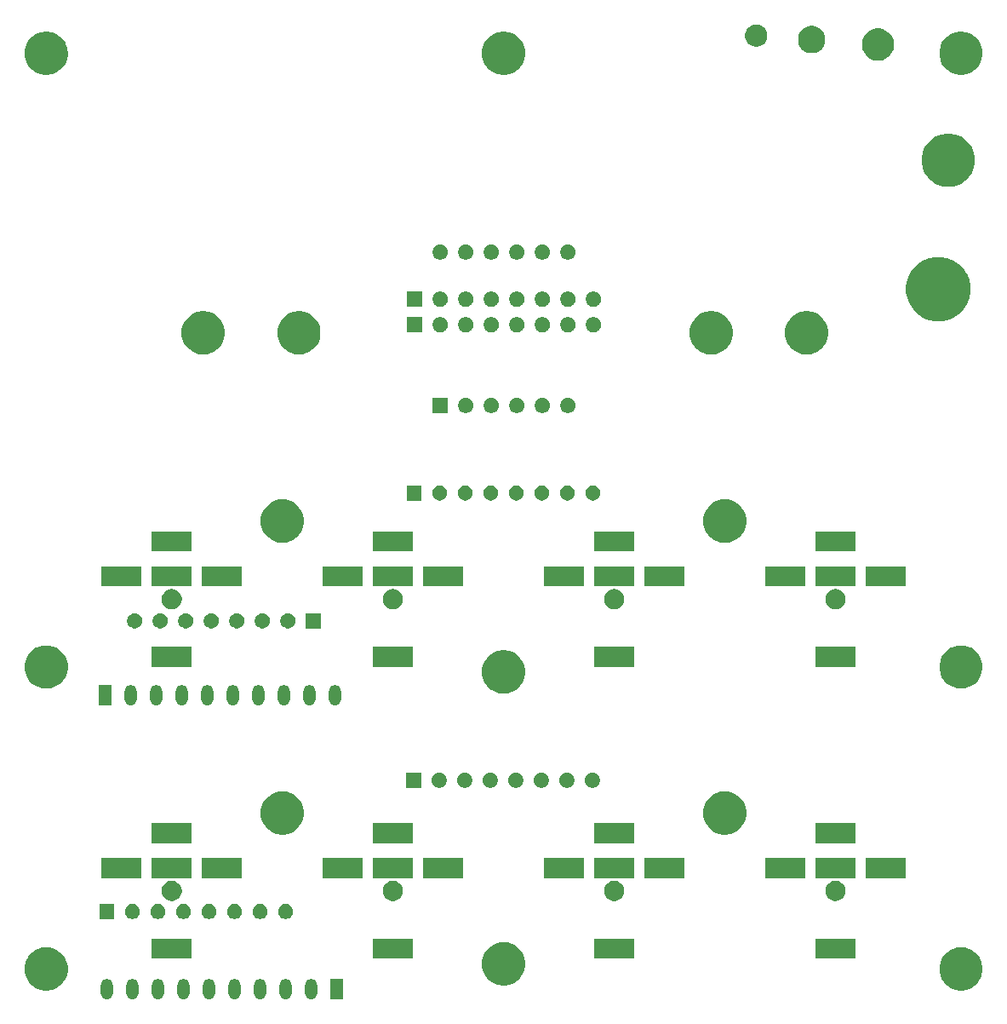
<source format=gbs>
G04 #@! TF.GenerationSoftware,KiCad,Pcbnew,(5.1.5)-3*
G04 #@! TF.CreationDate,2020-12-08T17:30:17-08:00*
G04 #@! TF.ProjectId,button_pcb_4x_laz16-11_,62757474-6f6e-45f7-9063-625f34785f6c,rev?*
G04 #@! TF.SameCoordinates,Original*
G04 #@! TF.FileFunction,Soldermask,Bot*
G04 #@! TF.FilePolarity,Negative*
%FSLAX46Y46*%
G04 Gerber Fmt 4.6, Leading zero omitted, Abs format (unit mm)*
G04 Created by KiCad (PCBNEW (5.1.5)-3) date 2020-12-08 17:30:17*
%MOMM*%
%LPD*%
G04 APERTURE LIST*
%ADD10C,0.100000*%
G04 APERTURE END LIST*
D10*
G36*
X13197621Y3491318D02*
G01*
X13310721Y3457010D01*
X13414955Y3401296D01*
X13506317Y3326317D01*
X13581296Y3234955D01*
X13637010Y3130721D01*
X13671318Y3017621D01*
X13680000Y2929474D01*
X13680000Y2070526D01*
X13671318Y1982379D01*
X13637010Y1869279D01*
X13581296Y1765045D01*
X13506317Y1673683D01*
X13414954Y1598704D01*
X13310720Y1542990D01*
X13197620Y1508682D01*
X13080000Y1497097D01*
X12962379Y1508682D01*
X12849279Y1542990D01*
X12745045Y1598704D01*
X12653683Y1673683D01*
X12578704Y1765046D01*
X12522990Y1869280D01*
X12488682Y1982380D01*
X12480000Y2070527D01*
X12480000Y2929474D01*
X12488682Y3017621D01*
X12522991Y3130721D01*
X12578705Y3234955D01*
X12653684Y3326317D01*
X12745046Y3401296D01*
X12849280Y3457010D01*
X12962380Y3491318D01*
X13080000Y3502903D01*
X13197621Y3491318D01*
G37*
G36*
X10657621Y3491318D02*
G01*
X10770721Y3457010D01*
X10874955Y3401296D01*
X10966317Y3326317D01*
X11041296Y3234955D01*
X11097010Y3130721D01*
X11131318Y3017621D01*
X11140000Y2929474D01*
X11140000Y2070526D01*
X11131318Y1982379D01*
X11097010Y1869279D01*
X11041296Y1765045D01*
X10966317Y1673683D01*
X10874954Y1598704D01*
X10770720Y1542990D01*
X10657620Y1508682D01*
X10540000Y1497097D01*
X10422379Y1508682D01*
X10309279Y1542990D01*
X10205045Y1598704D01*
X10113683Y1673683D01*
X10038704Y1765046D01*
X9982990Y1869280D01*
X9948682Y1982380D01*
X9940000Y2070527D01*
X9940000Y2929474D01*
X9948682Y3017621D01*
X9982991Y3130721D01*
X10038705Y3234955D01*
X10113684Y3326317D01*
X10205046Y3401296D01*
X10309280Y3457010D01*
X10422380Y3491318D01*
X10540000Y3502903D01*
X10657621Y3491318D01*
G37*
G36*
X30977621Y3491318D02*
G01*
X31090721Y3457010D01*
X31194955Y3401296D01*
X31286317Y3326317D01*
X31361296Y3234955D01*
X31417010Y3130721D01*
X31451318Y3017621D01*
X31460000Y2929474D01*
X31460000Y2070526D01*
X31451318Y1982379D01*
X31417010Y1869279D01*
X31361296Y1765045D01*
X31286317Y1673683D01*
X31194954Y1598704D01*
X31090720Y1542990D01*
X30977620Y1508682D01*
X30860000Y1497097D01*
X30742379Y1508682D01*
X30629279Y1542990D01*
X30525045Y1598704D01*
X30433683Y1673683D01*
X30358704Y1765046D01*
X30302990Y1869280D01*
X30268682Y1982380D01*
X30260000Y2070527D01*
X30260000Y2929474D01*
X30268682Y3017621D01*
X30302991Y3130721D01*
X30358705Y3234955D01*
X30433684Y3326317D01*
X30525046Y3401296D01*
X30629280Y3457010D01*
X30742380Y3491318D01*
X30860000Y3502903D01*
X30977621Y3491318D01*
G37*
G36*
X28437621Y3491318D02*
G01*
X28550721Y3457010D01*
X28654955Y3401296D01*
X28746317Y3326317D01*
X28821296Y3234955D01*
X28877010Y3130721D01*
X28911318Y3017621D01*
X28920000Y2929474D01*
X28920000Y2070526D01*
X28911318Y1982379D01*
X28877010Y1869279D01*
X28821296Y1765045D01*
X28746317Y1673683D01*
X28654954Y1598704D01*
X28550720Y1542990D01*
X28437620Y1508682D01*
X28320000Y1497097D01*
X28202379Y1508682D01*
X28089279Y1542990D01*
X27985045Y1598704D01*
X27893683Y1673683D01*
X27818704Y1765046D01*
X27762990Y1869280D01*
X27728682Y1982380D01*
X27720000Y2070527D01*
X27720000Y2929474D01*
X27728682Y3017621D01*
X27762991Y3130721D01*
X27818705Y3234955D01*
X27893684Y3326317D01*
X27985046Y3401296D01*
X28089280Y3457010D01*
X28202380Y3491318D01*
X28320000Y3502903D01*
X28437621Y3491318D01*
G37*
G36*
X25897621Y3491318D02*
G01*
X26010721Y3457010D01*
X26114955Y3401296D01*
X26206317Y3326317D01*
X26281296Y3234955D01*
X26337010Y3130721D01*
X26371318Y3017621D01*
X26380000Y2929474D01*
X26380000Y2070526D01*
X26371318Y1982379D01*
X26337010Y1869279D01*
X26281296Y1765045D01*
X26206317Y1673683D01*
X26114954Y1598704D01*
X26010720Y1542990D01*
X25897620Y1508682D01*
X25780000Y1497097D01*
X25662379Y1508682D01*
X25549279Y1542990D01*
X25445045Y1598704D01*
X25353683Y1673683D01*
X25278704Y1765046D01*
X25222990Y1869280D01*
X25188682Y1982380D01*
X25180000Y2070527D01*
X25180000Y2929474D01*
X25188682Y3017621D01*
X25222991Y3130721D01*
X25278705Y3234955D01*
X25353684Y3326317D01*
X25445046Y3401296D01*
X25549280Y3457010D01*
X25662380Y3491318D01*
X25780000Y3502903D01*
X25897621Y3491318D01*
G37*
G36*
X20817621Y3491318D02*
G01*
X20930721Y3457010D01*
X21034955Y3401296D01*
X21126317Y3326317D01*
X21201296Y3234955D01*
X21257010Y3130721D01*
X21291318Y3017621D01*
X21300000Y2929474D01*
X21300000Y2070526D01*
X21291318Y1982379D01*
X21257010Y1869279D01*
X21201296Y1765045D01*
X21126317Y1673683D01*
X21034954Y1598704D01*
X20930720Y1542990D01*
X20817620Y1508682D01*
X20700000Y1497097D01*
X20582379Y1508682D01*
X20469279Y1542990D01*
X20365045Y1598704D01*
X20273683Y1673683D01*
X20198704Y1765046D01*
X20142990Y1869280D01*
X20108682Y1982380D01*
X20100000Y2070527D01*
X20100000Y2929474D01*
X20108682Y3017621D01*
X20142991Y3130721D01*
X20198705Y3234955D01*
X20273684Y3326317D01*
X20365046Y3401296D01*
X20469280Y3457010D01*
X20582380Y3491318D01*
X20700000Y3502903D01*
X20817621Y3491318D01*
G37*
G36*
X18277621Y3491318D02*
G01*
X18390721Y3457010D01*
X18494955Y3401296D01*
X18586317Y3326317D01*
X18661296Y3234955D01*
X18717010Y3130721D01*
X18751318Y3017621D01*
X18760000Y2929474D01*
X18760000Y2070526D01*
X18751318Y1982379D01*
X18717010Y1869279D01*
X18661296Y1765045D01*
X18586317Y1673683D01*
X18494954Y1598704D01*
X18390720Y1542990D01*
X18277620Y1508682D01*
X18160000Y1497097D01*
X18042379Y1508682D01*
X17929279Y1542990D01*
X17825045Y1598704D01*
X17733683Y1673683D01*
X17658704Y1765046D01*
X17602990Y1869280D01*
X17568682Y1982380D01*
X17560000Y2070527D01*
X17560000Y2929474D01*
X17568682Y3017621D01*
X17602991Y3130721D01*
X17658705Y3234955D01*
X17733684Y3326317D01*
X17825046Y3401296D01*
X17929280Y3457010D01*
X18042380Y3491318D01*
X18160000Y3502903D01*
X18277621Y3491318D01*
G37*
G36*
X15737621Y3491318D02*
G01*
X15850721Y3457010D01*
X15954955Y3401296D01*
X16046317Y3326317D01*
X16121296Y3234955D01*
X16177010Y3130721D01*
X16211318Y3017621D01*
X16220000Y2929474D01*
X16220000Y2070526D01*
X16211318Y1982379D01*
X16177010Y1869279D01*
X16121296Y1765045D01*
X16046317Y1673683D01*
X15954954Y1598704D01*
X15850720Y1542990D01*
X15737620Y1508682D01*
X15620000Y1497097D01*
X15502379Y1508682D01*
X15389279Y1542990D01*
X15285045Y1598704D01*
X15193683Y1673683D01*
X15118704Y1765046D01*
X15062990Y1869280D01*
X15028682Y1982380D01*
X15020000Y2070527D01*
X15020000Y2929474D01*
X15028682Y3017621D01*
X15062991Y3130721D01*
X15118705Y3234955D01*
X15193684Y3326317D01*
X15285046Y3401296D01*
X15389280Y3457010D01*
X15502380Y3491318D01*
X15620000Y3502903D01*
X15737621Y3491318D01*
G37*
G36*
X23357621Y3491318D02*
G01*
X23470721Y3457010D01*
X23574955Y3401296D01*
X23666317Y3326317D01*
X23741296Y3234955D01*
X23797010Y3130721D01*
X23831318Y3017621D01*
X23840000Y2929474D01*
X23840000Y2070526D01*
X23831318Y1982379D01*
X23797010Y1869279D01*
X23741296Y1765045D01*
X23666317Y1673683D01*
X23574954Y1598704D01*
X23470720Y1542990D01*
X23357620Y1508682D01*
X23240000Y1497097D01*
X23122379Y1508682D01*
X23009279Y1542990D01*
X22905045Y1598704D01*
X22813683Y1673683D01*
X22738704Y1765046D01*
X22682990Y1869280D01*
X22648682Y1982380D01*
X22640000Y2070527D01*
X22640000Y2929474D01*
X22648682Y3017621D01*
X22682991Y3130721D01*
X22738705Y3234955D01*
X22813684Y3326317D01*
X22905046Y3401296D01*
X23009280Y3457010D01*
X23122380Y3491318D01*
X23240000Y3502903D01*
X23357621Y3491318D01*
G37*
G36*
X34000000Y1500000D02*
G01*
X32800000Y1500000D01*
X32800000Y3500000D01*
X34000000Y3500000D01*
X34000000Y1500000D01*
G37*
G36*
X95919444Y6608689D02*
G01*
X96127132Y6567377D01*
X96518407Y6405305D01*
X96870545Y6170014D01*
X97170014Y5870545D01*
X97332657Y5627132D01*
X97405306Y5518405D01*
X97452775Y5403805D01*
X97532324Y5211758D01*
X97567377Y5127131D01*
X97650000Y4711758D01*
X97650000Y4288242D01*
X97567377Y3872869D01*
X97412930Y3500000D01*
X97405305Y3481593D01*
X97170014Y3129455D01*
X96870545Y2829986D01*
X96518407Y2594695D01*
X96127132Y2432623D01*
X95919444Y2391311D01*
X95711758Y2350000D01*
X95288242Y2350000D01*
X95080556Y2391311D01*
X94872868Y2432623D01*
X94481593Y2594695D01*
X94129455Y2829986D01*
X93829986Y3129455D01*
X93594695Y3481593D01*
X93587071Y3500000D01*
X93432623Y3872869D01*
X93350000Y4288242D01*
X93350000Y4711758D01*
X93432623Y5127131D01*
X93467677Y5211758D01*
X93547225Y5403805D01*
X93594694Y5518405D01*
X93667343Y5627132D01*
X93829986Y5870545D01*
X94129455Y6170014D01*
X94481593Y6405305D01*
X94872868Y6567377D01*
X95080556Y6608689D01*
X95288242Y6650000D01*
X95711758Y6650000D01*
X95919444Y6608689D01*
G37*
G36*
X4919444Y6608689D02*
G01*
X5127132Y6567377D01*
X5518407Y6405305D01*
X5870545Y6170014D01*
X6170014Y5870545D01*
X6332657Y5627132D01*
X6405306Y5518405D01*
X6452775Y5403805D01*
X6532324Y5211758D01*
X6567377Y5127131D01*
X6650000Y4711758D01*
X6650000Y4288242D01*
X6567377Y3872869D01*
X6412930Y3500000D01*
X6405305Y3481593D01*
X6170014Y3129455D01*
X5870545Y2829986D01*
X5518407Y2594695D01*
X5127132Y2432623D01*
X4919445Y2391312D01*
X4711758Y2350000D01*
X4288242Y2350000D01*
X4080555Y2391312D01*
X3872868Y2432623D01*
X3481593Y2594695D01*
X3129455Y2829986D01*
X2829986Y3129455D01*
X2594695Y3481593D01*
X2587071Y3500000D01*
X2432623Y3872869D01*
X2350000Y4288242D01*
X2350000Y4711758D01*
X2432623Y5127131D01*
X2467677Y5211758D01*
X2547225Y5403805D01*
X2594694Y5518405D01*
X2667343Y5627132D01*
X2829986Y5870545D01*
X3129455Y6170014D01*
X3481593Y6405305D01*
X3872868Y6567377D01*
X4080555Y6608688D01*
X4288242Y6650000D01*
X4711758Y6650000D01*
X4919444Y6608689D01*
G37*
G36*
X50419444Y7108689D02*
G01*
X50627132Y7067377D01*
X51018407Y6905305D01*
X51370545Y6670014D01*
X51670014Y6370545D01*
X51905305Y6018407D01*
X52067377Y5627132D01*
X52150000Y5211757D01*
X52150000Y4788243D01*
X52067377Y4372868D01*
X51905305Y3981593D01*
X51670014Y3629455D01*
X51370545Y3329986D01*
X51018407Y3094695D01*
X50627132Y2932623D01*
X50419444Y2891311D01*
X50211758Y2850000D01*
X49788242Y2850000D01*
X49580556Y2891311D01*
X49372868Y2932623D01*
X48981593Y3094695D01*
X48629455Y3329986D01*
X48329986Y3629455D01*
X48094695Y3981593D01*
X47932623Y4372868D01*
X47850000Y4788243D01*
X47850000Y5211757D01*
X47932623Y5627132D01*
X48094695Y6018407D01*
X48329986Y6370545D01*
X48629455Y6670014D01*
X48981593Y6905305D01*
X49372868Y7067377D01*
X49580556Y7108689D01*
X49788242Y7150000D01*
X50211758Y7150000D01*
X50419444Y7108689D01*
G37*
G36*
X85000000Y5500000D02*
G01*
X81000000Y5500000D01*
X81000000Y7500000D01*
X85000000Y7500000D01*
X85000000Y5500000D01*
G37*
G36*
X63000000Y5500000D02*
G01*
X59000000Y5500000D01*
X59000000Y7500000D01*
X63000000Y7500000D01*
X63000000Y5500000D01*
G37*
G36*
X41000000Y5500000D02*
G01*
X37000000Y5500000D01*
X37000000Y7500000D01*
X41000000Y7500000D01*
X41000000Y5500000D01*
G37*
G36*
X19000000Y5500000D02*
G01*
X15000000Y5500000D01*
X15000000Y7500000D01*
X19000000Y7500000D01*
X19000000Y5500000D01*
G37*
G36*
X23464766Y10922179D02*
G01*
X23601257Y10865642D01*
X23724097Y10783563D01*
X23828563Y10679097D01*
X23910642Y10556257D01*
X23967179Y10419766D01*
X23996000Y10274870D01*
X23996000Y10127130D01*
X23967179Y9982234D01*
X23910642Y9845743D01*
X23828563Y9722903D01*
X23724097Y9618437D01*
X23601257Y9536358D01*
X23464766Y9479821D01*
X23319870Y9451000D01*
X23172130Y9451000D01*
X23027234Y9479821D01*
X22890743Y9536358D01*
X22767903Y9618437D01*
X22663437Y9722903D01*
X22581358Y9845743D01*
X22524821Y9982234D01*
X22496000Y10127130D01*
X22496000Y10274870D01*
X22524821Y10419766D01*
X22581358Y10556257D01*
X22663437Y10679097D01*
X22767903Y10783563D01*
X22890743Y10865642D01*
X23027234Y10922179D01*
X23172130Y10951000D01*
X23319870Y10951000D01*
X23464766Y10922179D01*
G37*
G36*
X11296000Y9451000D02*
G01*
X9796000Y9451000D01*
X9796000Y10951000D01*
X11296000Y10951000D01*
X11296000Y9451000D01*
G37*
G36*
X13304766Y10922179D02*
G01*
X13441257Y10865642D01*
X13564097Y10783563D01*
X13668563Y10679097D01*
X13750642Y10556257D01*
X13807179Y10419766D01*
X13836000Y10274870D01*
X13836000Y10127130D01*
X13807179Y9982234D01*
X13750642Y9845743D01*
X13668563Y9722903D01*
X13564097Y9618437D01*
X13441257Y9536358D01*
X13304766Y9479821D01*
X13159870Y9451000D01*
X13012130Y9451000D01*
X12867234Y9479821D01*
X12730743Y9536358D01*
X12607903Y9618437D01*
X12503437Y9722903D01*
X12421358Y9845743D01*
X12364821Y9982234D01*
X12336000Y10127130D01*
X12336000Y10274870D01*
X12364821Y10419766D01*
X12421358Y10556257D01*
X12503437Y10679097D01*
X12607903Y10783563D01*
X12730743Y10865642D01*
X12867234Y10922179D01*
X13012130Y10951000D01*
X13159870Y10951000D01*
X13304766Y10922179D01*
G37*
G36*
X15844766Y10922179D02*
G01*
X15981257Y10865642D01*
X16104097Y10783563D01*
X16208563Y10679097D01*
X16290642Y10556257D01*
X16347179Y10419766D01*
X16376000Y10274870D01*
X16376000Y10127130D01*
X16347179Y9982234D01*
X16290642Y9845743D01*
X16208563Y9722903D01*
X16104097Y9618437D01*
X15981257Y9536358D01*
X15844766Y9479821D01*
X15699870Y9451000D01*
X15552130Y9451000D01*
X15407234Y9479821D01*
X15270743Y9536358D01*
X15147903Y9618437D01*
X15043437Y9722903D01*
X14961358Y9845743D01*
X14904821Y9982234D01*
X14876000Y10127130D01*
X14876000Y10274870D01*
X14904821Y10419766D01*
X14961358Y10556257D01*
X15043437Y10679097D01*
X15147903Y10783563D01*
X15270743Y10865642D01*
X15407234Y10922179D01*
X15552130Y10951000D01*
X15699870Y10951000D01*
X15844766Y10922179D01*
G37*
G36*
X18384766Y10922179D02*
G01*
X18521257Y10865642D01*
X18644097Y10783563D01*
X18748563Y10679097D01*
X18830642Y10556257D01*
X18887179Y10419766D01*
X18916000Y10274870D01*
X18916000Y10127130D01*
X18887179Y9982234D01*
X18830642Y9845743D01*
X18748563Y9722903D01*
X18644097Y9618437D01*
X18521257Y9536358D01*
X18384766Y9479821D01*
X18239870Y9451000D01*
X18092130Y9451000D01*
X17947234Y9479821D01*
X17810743Y9536358D01*
X17687903Y9618437D01*
X17583437Y9722903D01*
X17501358Y9845743D01*
X17444821Y9982234D01*
X17416000Y10127130D01*
X17416000Y10274870D01*
X17444821Y10419766D01*
X17501358Y10556257D01*
X17583437Y10679097D01*
X17687903Y10783563D01*
X17810743Y10865642D01*
X17947234Y10922179D01*
X18092130Y10951000D01*
X18239870Y10951000D01*
X18384766Y10922179D01*
G37*
G36*
X26004766Y10922179D02*
G01*
X26141257Y10865642D01*
X26264097Y10783563D01*
X26368563Y10679097D01*
X26450642Y10556257D01*
X26507179Y10419766D01*
X26536000Y10274870D01*
X26536000Y10127130D01*
X26507179Y9982234D01*
X26450642Y9845743D01*
X26368563Y9722903D01*
X26264097Y9618437D01*
X26141257Y9536358D01*
X26004766Y9479821D01*
X25859870Y9451000D01*
X25712130Y9451000D01*
X25567234Y9479821D01*
X25430743Y9536358D01*
X25307903Y9618437D01*
X25203437Y9722903D01*
X25121358Y9845743D01*
X25064821Y9982234D01*
X25036000Y10127130D01*
X25036000Y10274870D01*
X25064821Y10419766D01*
X25121358Y10556257D01*
X25203437Y10679097D01*
X25307903Y10783563D01*
X25430743Y10865642D01*
X25567234Y10922179D01*
X25712130Y10951000D01*
X25859870Y10951000D01*
X26004766Y10922179D01*
G37*
G36*
X28544766Y10922179D02*
G01*
X28681257Y10865642D01*
X28804097Y10783563D01*
X28908563Y10679097D01*
X28990642Y10556257D01*
X29047179Y10419766D01*
X29076000Y10274870D01*
X29076000Y10127130D01*
X29047179Y9982234D01*
X28990642Y9845743D01*
X28908563Y9722903D01*
X28804097Y9618437D01*
X28681257Y9536358D01*
X28544766Y9479821D01*
X28399870Y9451000D01*
X28252130Y9451000D01*
X28107234Y9479821D01*
X27970743Y9536358D01*
X27847903Y9618437D01*
X27743437Y9722903D01*
X27661358Y9845743D01*
X27604821Y9982234D01*
X27576000Y10127130D01*
X27576000Y10274870D01*
X27604821Y10419766D01*
X27661358Y10556257D01*
X27743437Y10679097D01*
X27847903Y10783563D01*
X27970743Y10865642D01*
X28107234Y10922179D01*
X28252130Y10951000D01*
X28399870Y10951000D01*
X28544766Y10922179D01*
G37*
G36*
X20924766Y10922179D02*
G01*
X21061257Y10865642D01*
X21184097Y10783563D01*
X21288563Y10679097D01*
X21370642Y10556257D01*
X21427179Y10419766D01*
X21456000Y10274870D01*
X21456000Y10127130D01*
X21427179Y9982234D01*
X21370642Y9845743D01*
X21288563Y9722903D01*
X21184097Y9618437D01*
X21061257Y9536358D01*
X20924766Y9479821D01*
X20779870Y9451000D01*
X20632130Y9451000D01*
X20487234Y9479821D01*
X20350743Y9536358D01*
X20227903Y9618437D01*
X20123437Y9722903D01*
X20041358Y9845743D01*
X19984821Y9982234D01*
X19956000Y10127130D01*
X19956000Y10274870D01*
X19984821Y10419766D01*
X20041358Y10556257D01*
X20123437Y10679097D01*
X20227903Y10783563D01*
X20350743Y10865642D01*
X20487234Y10922179D01*
X20632130Y10951000D01*
X20779870Y10951000D01*
X20924766Y10922179D01*
G37*
G36*
X17227290Y13224381D02*
G01*
X17291689Y13211571D01*
X17473678Y13136189D01*
X17637463Y13026751D01*
X17776751Y12887463D01*
X17886189Y12723678D01*
X17961571Y12541689D01*
X18000000Y12348491D01*
X18000000Y12151509D01*
X17961571Y11958311D01*
X17886189Y11776322D01*
X17776751Y11612537D01*
X17637463Y11473249D01*
X17473678Y11363811D01*
X17291689Y11288429D01*
X17227290Y11275619D01*
X17098493Y11250000D01*
X16901507Y11250000D01*
X16772710Y11275619D01*
X16708311Y11288429D01*
X16526322Y11363811D01*
X16362537Y11473249D01*
X16223249Y11612537D01*
X16113811Y11776322D01*
X16038429Y11958311D01*
X16000000Y12151509D01*
X16000000Y12348491D01*
X16038429Y12541689D01*
X16113811Y12723678D01*
X16223249Y12887463D01*
X16362537Y13026751D01*
X16526322Y13136189D01*
X16708311Y13211571D01*
X16772710Y13224381D01*
X16901507Y13250000D01*
X17098493Y13250000D01*
X17227290Y13224381D01*
G37*
G36*
X39227290Y13224381D02*
G01*
X39291689Y13211571D01*
X39473678Y13136189D01*
X39637463Y13026751D01*
X39776751Y12887463D01*
X39886189Y12723678D01*
X39961571Y12541689D01*
X40000000Y12348491D01*
X40000000Y12151509D01*
X39961571Y11958311D01*
X39886189Y11776322D01*
X39776751Y11612537D01*
X39637463Y11473249D01*
X39473678Y11363811D01*
X39291689Y11288429D01*
X39227290Y11275619D01*
X39098493Y11250000D01*
X38901507Y11250000D01*
X38772710Y11275619D01*
X38708311Y11288429D01*
X38526322Y11363811D01*
X38362537Y11473249D01*
X38223249Y11612537D01*
X38113811Y11776322D01*
X38038429Y11958311D01*
X38000000Y12151509D01*
X38000000Y12348491D01*
X38038429Y12541689D01*
X38113811Y12723678D01*
X38223249Y12887463D01*
X38362537Y13026751D01*
X38526322Y13136189D01*
X38708311Y13211571D01*
X38772710Y13224381D01*
X38901507Y13250000D01*
X39098493Y13250000D01*
X39227290Y13224381D01*
G37*
G36*
X61227290Y13224381D02*
G01*
X61291689Y13211571D01*
X61473678Y13136189D01*
X61637463Y13026751D01*
X61776751Y12887463D01*
X61886189Y12723678D01*
X61961571Y12541689D01*
X62000000Y12348491D01*
X62000000Y12151509D01*
X61961571Y11958311D01*
X61886189Y11776322D01*
X61776751Y11612537D01*
X61637463Y11473249D01*
X61473678Y11363811D01*
X61291689Y11288429D01*
X61227290Y11275619D01*
X61098493Y11250000D01*
X60901507Y11250000D01*
X60772710Y11275619D01*
X60708311Y11288429D01*
X60526322Y11363811D01*
X60362537Y11473249D01*
X60223249Y11612537D01*
X60113811Y11776322D01*
X60038429Y11958311D01*
X60000000Y12151509D01*
X60000000Y12348491D01*
X60038429Y12541689D01*
X60113811Y12723678D01*
X60223249Y12887463D01*
X60362537Y13026751D01*
X60526322Y13136189D01*
X60708311Y13211571D01*
X60772710Y13224381D01*
X60901507Y13250000D01*
X61098493Y13250000D01*
X61227290Y13224381D01*
G37*
G36*
X83227290Y13224381D02*
G01*
X83291689Y13211571D01*
X83473678Y13136189D01*
X83637463Y13026751D01*
X83776751Y12887463D01*
X83886189Y12723678D01*
X83961571Y12541689D01*
X84000000Y12348491D01*
X84000000Y12151509D01*
X83961571Y11958311D01*
X83886189Y11776322D01*
X83776751Y11612537D01*
X83637463Y11473249D01*
X83473678Y11363811D01*
X83291689Y11288429D01*
X83227290Y11275619D01*
X83098493Y11250000D01*
X82901507Y11250000D01*
X82772710Y11275619D01*
X82708311Y11288429D01*
X82526322Y11363811D01*
X82362537Y11473249D01*
X82223249Y11612537D01*
X82113811Y11776322D01*
X82038429Y11958311D01*
X82000000Y12151509D01*
X82000000Y12348491D01*
X82038429Y12541689D01*
X82113811Y12723678D01*
X82223249Y12887463D01*
X82362537Y13026751D01*
X82526322Y13136189D01*
X82708311Y13211571D01*
X82772710Y13224381D01*
X82901507Y13250000D01*
X83098493Y13250000D01*
X83227290Y13224381D01*
G37*
G36*
X80000000Y13500000D02*
G01*
X76000000Y13500000D01*
X76000000Y15500000D01*
X80000000Y15500000D01*
X80000000Y13500000D01*
G37*
G36*
X90000000Y13500000D02*
G01*
X86000000Y13500000D01*
X86000000Y15500000D01*
X90000000Y15500000D01*
X90000000Y13500000D01*
G37*
G36*
X14000000Y13500000D02*
G01*
X10000000Y13500000D01*
X10000000Y15500000D01*
X14000000Y15500000D01*
X14000000Y13500000D01*
G37*
G36*
X19000000Y13500000D02*
G01*
X15000000Y13500000D01*
X15000000Y15500000D01*
X19000000Y15500000D01*
X19000000Y13500000D01*
G37*
G36*
X24000000Y13500000D02*
G01*
X20000000Y13500000D01*
X20000000Y15500000D01*
X24000000Y15500000D01*
X24000000Y13500000D01*
G37*
G36*
X36000000Y13500000D02*
G01*
X32000000Y13500000D01*
X32000000Y15500000D01*
X36000000Y15500000D01*
X36000000Y13500000D01*
G37*
G36*
X46000000Y13500000D02*
G01*
X42000000Y13500000D01*
X42000000Y15500000D01*
X46000000Y15500000D01*
X46000000Y13500000D01*
G37*
G36*
X58000000Y13500000D02*
G01*
X54000000Y13500000D01*
X54000000Y15500000D01*
X58000000Y15500000D01*
X58000000Y13500000D01*
G37*
G36*
X63000000Y13500000D02*
G01*
X59000000Y13500000D01*
X59000000Y15500000D01*
X63000000Y15500000D01*
X63000000Y13500000D01*
G37*
G36*
X85000000Y13500000D02*
G01*
X81000000Y13500000D01*
X81000000Y15500000D01*
X85000000Y15500000D01*
X85000000Y13500000D01*
G37*
G36*
X68000000Y13500000D02*
G01*
X64000000Y13500000D01*
X64000000Y15500000D01*
X68000000Y15500000D01*
X68000000Y13500000D01*
G37*
G36*
X41000000Y13500000D02*
G01*
X37000000Y13500000D01*
X37000000Y15500000D01*
X41000000Y15500000D01*
X41000000Y13500000D01*
G37*
G36*
X19000000Y17000000D02*
G01*
X15000000Y17000000D01*
X15000000Y19000000D01*
X19000000Y19000000D01*
X19000000Y17000000D01*
G37*
G36*
X85000000Y17000000D02*
G01*
X81000000Y17000000D01*
X81000000Y19000000D01*
X85000000Y19000000D01*
X85000000Y17000000D01*
G37*
G36*
X41000000Y17000000D02*
G01*
X37000000Y17000000D01*
X37000000Y19000000D01*
X41000000Y19000000D01*
X41000000Y17000000D01*
G37*
G36*
X63000000Y17000000D02*
G01*
X59000000Y17000000D01*
X59000000Y19000000D01*
X63000000Y19000000D01*
X63000000Y17000000D01*
G37*
G36*
X28419445Y22108688D02*
G01*
X28627132Y22067377D01*
X29018407Y21905305D01*
X29370545Y21670014D01*
X29670014Y21370545D01*
X29905305Y21018407D01*
X29905306Y21018405D01*
X30067377Y20627131D01*
X30150000Y20211758D01*
X30150000Y19788242D01*
X30067377Y19372869D01*
X29912930Y19000000D01*
X29905305Y18981593D01*
X29670014Y18629455D01*
X29370545Y18329986D01*
X29018407Y18094695D01*
X28627132Y17932623D01*
X28419445Y17891312D01*
X28211758Y17850000D01*
X27788242Y17850000D01*
X27580555Y17891312D01*
X27372868Y17932623D01*
X26981593Y18094695D01*
X26629455Y18329986D01*
X26329986Y18629455D01*
X26094695Y18981593D01*
X26087071Y19000000D01*
X25932623Y19372869D01*
X25850000Y19788242D01*
X25850000Y20211758D01*
X25932623Y20627131D01*
X26094694Y21018405D01*
X26094695Y21018407D01*
X26329986Y21370545D01*
X26629455Y21670014D01*
X26981593Y21905305D01*
X27372868Y22067377D01*
X27580555Y22108688D01*
X27788242Y22150000D01*
X28211758Y22150000D01*
X28419445Y22108688D01*
G37*
G36*
X72419445Y22108688D02*
G01*
X72627132Y22067377D01*
X73018407Y21905305D01*
X73370545Y21670014D01*
X73670014Y21370545D01*
X73905305Y21018407D01*
X73905306Y21018405D01*
X74067377Y20627131D01*
X74150000Y20211758D01*
X74150000Y19788242D01*
X74067377Y19372869D01*
X73912930Y19000000D01*
X73905305Y18981593D01*
X73670014Y18629455D01*
X73370545Y18329986D01*
X73018407Y18094695D01*
X72627132Y17932623D01*
X72419445Y17891312D01*
X72211758Y17850000D01*
X71788242Y17850000D01*
X71580555Y17891312D01*
X71372868Y17932623D01*
X70981593Y18094695D01*
X70629455Y18329986D01*
X70329986Y18629455D01*
X70094695Y18981593D01*
X70087071Y19000000D01*
X69932623Y19372869D01*
X69850000Y19788242D01*
X69850000Y20211758D01*
X69932623Y20627131D01*
X70094694Y21018405D01*
X70094695Y21018407D01*
X70329986Y21370545D01*
X70629455Y21670014D01*
X70981593Y21905305D01*
X71372868Y22067377D01*
X71580555Y22108688D01*
X71788242Y22150000D01*
X72211758Y22150000D01*
X72419445Y22108688D01*
G37*
G36*
X48888766Y23981179D02*
G01*
X49025257Y23924642D01*
X49148097Y23842563D01*
X49252563Y23738097D01*
X49334642Y23615257D01*
X49391179Y23478766D01*
X49420000Y23333870D01*
X49420000Y23186130D01*
X49391179Y23041234D01*
X49334642Y22904743D01*
X49252563Y22781903D01*
X49148097Y22677437D01*
X49025257Y22595358D01*
X48888766Y22538821D01*
X48743870Y22510000D01*
X48596130Y22510000D01*
X48451234Y22538821D01*
X48314743Y22595358D01*
X48191903Y22677437D01*
X48087437Y22781903D01*
X48005358Y22904743D01*
X47948821Y23041234D01*
X47920000Y23186130D01*
X47920000Y23333870D01*
X47948821Y23478766D01*
X48005358Y23615257D01*
X48087437Y23738097D01*
X48191903Y23842563D01*
X48314743Y23924642D01*
X48451234Y23981179D01*
X48596130Y24010000D01*
X48743870Y24010000D01*
X48888766Y23981179D01*
G37*
G36*
X59048766Y23981179D02*
G01*
X59185257Y23924642D01*
X59308097Y23842563D01*
X59412563Y23738097D01*
X59494642Y23615257D01*
X59551179Y23478766D01*
X59580000Y23333870D01*
X59580000Y23186130D01*
X59551179Y23041234D01*
X59494642Y22904743D01*
X59412563Y22781903D01*
X59308097Y22677437D01*
X59185257Y22595358D01*
X59048766Y22538821D01*
X58903870Y22510000D01*
X58756130Y22510000D01*
X58611234Y22538821D01*
X58474743Y22595358D01*
X58351903Y22677437D01*
X58247437Y22781903D01*
X58165358Y22904743D01*
X58108821Y23041234D01*
X58080000Y23186130D01*
X58080000Y23333870D01*
X58108821Y23478766D01*
X58165358Y23615257D01*
X58247437Y23738097D01*
X58351903Y23842563D01*
X58474743Y23924642D01*
X58611234Y23981179D01*
X58756130Y24010000D01*
X58903870Y24010000D01*
X59048766Y23981179D01*
G37*
G36*
X56508766Y23981179D02*
G01*
X56645257Y23924642D01*
X56768097Y23842563D01*
X56872563Y23738097D01*
X56954642Y23615257D01*
X57011179Y23478766D01*
X57040000Y23333870D01*
X57040000Y23186130D01*
X57011179Y23041234D01*
X56954642Y22904743D01*
X56872563Y22781903D01*
X56768097Y22677437D01*
X56645257Y22595358D01*
X56508766Y22538821D01*
X56363870Y22510000D01*
X56216130Y22510000D01*
X56071234Y22538821D01*
X55934743Y22595358D01*
X55811903Y22677437D01*
X55707437Y22781903D01*
X55625358Y22904743D01*
X55568821Y23041234D01*
X55540000Y23186130D01*
X55540000Y23333870D01*
X55568821Y23478766D01*
X55625358Y23615257D01*
X55707437Y23738097D01*
X55811903Y23842563D01*
X55934743Y23924642D01*
X56071234Y23981179D01*
X56216130Y24010000D01*
X56363870Y24010000D01*
X56508766Y23981179D01*
G37*
G36*
X53968766Y23981179D02*
G01*
X54105257Y23924642D01*
X54228097Y23842563D01*
X54332563Y23738097D01*
X54414642Y23615257D01*
X54471179Y23478766D01*
X54500000Y23333870D01*
X54500000Y23186130D01*
X54471179Y23041234D01*
X54414642Y22904743D01*
X54332563Y22781903D01*
X54228097Y22677437D01*
X54105257Y22595358D01*
X53968766Y22538821D01*
X53823870Y22510000D01*
X53676130Y22510000D01*
X53531234Y22538821D01*
X53394743Y22595358D01*
X53271903Y22677437D01*
X53167437Y22781903D01*
X53085358Y22904743D01*
X53028821Y23041234D01*
X53000000Y23186130D01*
X53000000Y23333870D01*
X53028821Y23478766D01*
X53085358Y23615257D01*
X53167437Y23738097D01*
X53271903Y23842563D01*
X53394743Y23924642D01*
X53531234Y23981179D01*
X53676130Y24010000D01*
X53823870Y24010000D01*
X53968766Y23981179D01*
G37*
G36*
X51428766Y23981179D02*
G01*
X51565257Y23924642D01*
X51688097Y23842563D01*
X51792563Y23738097D01*
X51874642Y23615257D01*
X51931179Y23478766D01*
X51960000Y23333870D01*
X51960000Y23186130D01*
X51931179Y23041234D01*
X51874642Y22904743D01*
X51792563Y22781903D01*
X51688097Y22677437D01*
X51565257Y22595358D01*
X51428766Y22538821D01*
X51283870Y22510000D01*
X51136130Y22510000D01*
X50991234Y22538821D01*
X50854743Y22595358D01*
X50731903Y22677437D01*
X50627437Y22781903D01*
X50545358Y22904743D01*
X50488821Y23041234D01*
X50460000Y23186130D01*
X50460000Y23333870D01*
X50488821Y23478766D01*
X50545358Y23615257D01*
X50627437Y23738097D01*
X50731903Y23842563D01*
X50854743Y23924642D01*
X50991234Y23981179D01*
X51136130Y24010000D01*
X51283870Y24010000D01*
X51428766Y23981179D01*
G37*
G36*
X41800000Y22510000D02*
G01*
X40300000Y22510000D01*
X40300000Y24010000D01*
X41800000Y24010000D01*
X41800000Y22510000D01*
G37*
G36*
X43808766Y23981179D02*
G01*
X43945257Y23924642D01*
X44068097Y23842563D01*
X44172563Y23738097D01*
X44254642Y23615257D01*
X44311179Y23478766D01*
X44340000Y23333870D01*
X44340000Y23186130D01*
X44311179Y23041234D01*
X44254642Y22904743D01*
X44172563Y22781903D01*
X44068097Y22677437D01*
X43945257Y22595358D01*
X43808766Y22538821D01*
X43663870Y22510000D01*
X43516130Y22510000D01*
X43371234Y22538821D01*
X43234743Y22595358D01*
X43111903Y22677437D01*
X43007437Y22781903D01*
X42925358Y22904743D01*
X42868821Y23041234D01*
X42840000Y23186130D01*
X42840000Y23333870D01*
X42868821Y23478766D01*
X42925358Y23615257D01*
X43007437Y23738097D01*
X43111903Y23842563D01*
X43234743Y23924642D01*
X43371234Y23981179D01*
X43516130Y24010000D01*
X43663870Y24010000D01*
X43808766Y23981179D01*
G37*
G36*
X46348766Y23981179D02*
G01*
X46485257Y23924642D01*
X46608097Y23842563D01*
X46712563Y23738097D01*
X46794642Y23615257D01*
X46851179Y23478766D01*
X46880000Y23333870D01*
X46880000Y23186130D01*
X46851179Y23041234D01*
X46794642Y22904743D01*
X46712563Y22781903D01*
X46608097Y22677437D01*
X46485257Y22595358D01*
X46348766Y22538821D01*
X46203870Y22510000D01*
X46056130Y22510000D01*
X45911234Y22538821D01*
X45774743Y22595358D01*
X45651903Y22677437D01*
X45547437Y22781903D01*
X45465358Y22904743D01*
X45408821Y23041234D01*
X45380000Y23186130D01*
X45380000Y23333870D01*
X45408821Y23478766D01*
X45465358Y23615257D01*
X45547437Y23738097D01*
X45651903Y23842563D01*
X45774743Y23924642D01*
X45911234Y23981179D01*
X46056130Y24010000D01*
X46203870Y24010000D01*
X46348766Y23981179D01*
G37*
G36*
X28267620Y32691318D02*
G01*
X28380720Y32657010D01*
X28484954Y32601296D01*
X28576317Y32526317D01*
X28651296Y32434955D01*
X28707010Y32330721D01*
X28741318Y32217621D01*
X28750000Y32129474D01*
X28750000Y31270526D01*
X28741318Y31182379D01*
X28707010Y31069279D01*
X28651296Y30965045D01*
X28576317Y30873683D01*
X28484955Y30798704D01*
X28380721Y30742990D01*
X28267621Y30708682D01*
X28150000Y30697097D01*
X28032380Y30708682D01*
X27919280Y30742990D01*
X27815046Y30798704D01*
X27723684Y30873683D01*
X27648705Y30965045D01*
X27592991Y31069279D01*
X27558682Y31182379D01*
X27550000Y31270526D01*
X27550000Y32129473D01*
X27558682Y32217620D01*
X27592990Y32330720D01*
X27648704Y32434954D01*
X27723683Y32526317D01*
X27815045Y32601296D01*
X27919279Y32657010D01*
X28032379Y32691318D01*
X28150000Y32702903D01*
X28267620Y32691318D01*
G37*
G36*
X13027620Y32691318D02*
G01*
X13140720Y32657010D01*
X13244954Y32601296D01*
X13336317Y32526317D01*
X13411296Y32434955D01*
X13467010Y32330721D01*
X13501318Y32217621D01*
X13510000Y32129474D01*
X13510000Y31270526D01*
X13501318Y31182379D01*
X13467010Y31069279D01*
X13411296Y30965045D01*
X13336317Y30873683D01*
X13244955Y30798704D01*
X13140721Y30742990D01*
X13027621Y30708682D01*
X12910000Y30697097D01*
X12792380Y30708682D01*
X12679280Y30742990D01*
X12575046Y30798704D01*
X12483684Y30873683D01*
X12408705Y30965045D01*
X12352991Y31069279D01*
X12318682Y31182379D01*
X12310000Y31270526D01*
X12310000Y32129473D01*
X12318682Y32217620D01*
X12352990Y32330720D01*
X12408704Y32434954D01*
X12483683Y32526317D01*
X12575045Y32601296D01*
X12679279Y32657010D01*
X12792379Y32691318D01*
X12910000Y32702903D01*
X13027620Y32691318D01*
G37*
G36*
X15567620Y32691318D02*
G01*
X15680720Y32657010D01*
X15784954Y32601296D01*
X15876317Y32526317D01*
X15951296Y32434955D01*
X16007010Y32330721D01*
X16041318Y32217621D01*
X16050000Y32129474D01*
X16050000Y31270526D01*
X16041318Y31182379D01*
X16007010Y31069279D01*
X15951296Y30965045D01*
X15876317Y30873683D01*
X15784955Y30798704D01*
X15680721Y30742990D01*
X15567621Y30708682D01*
X15450000Y30697097D01*
X15332380Y30708682D01*
X15219280Y30742990D01*
X15115046Y30798704D01*
X15023684Y30873683D01*
X14948705Y30965045D01*
X14892991Y31069279D01*
X14858682Y31182379D01*
X14850000Y31270526D01*
X14850000Y32129473D01*
X14858682Y32217620D01*
X14892990Y32330720D01*
X14948704Y32434954D01*
X15023683Y32526317D01*
X15115045Y32601296D01*
X15219279Y32657010D01*
X15332379Y32691318D01*
X15450000Y32702903D01*
X15567620Y32691318D01*
G37*
G36*
X18107620Y32691318D02*
G01*
X18220720Y32657010D01*
X18324954Y32601296D01*
X18416317Y32526317D01*
X18491296Y32434955D01*
X18547010Y32330721D01*
X18581318Y32217621D01*
X18590000Y32129474D01*
X18590000Y31270526D01*
X18581318Y31182379D01*
X18547010Y31069279D01*
X18491296Y30965045D01*
X18416317Y30873683D01*
X18324955Y30798704D01*
X18220721Y30742990D01*
X18107621Y30708682D01*
X17990000Y30697097D01*
X17872380Y30708682D01*
X17759280Y30742990D01*
X17655046Y30798704D01*
X17563684Y30873683D01*
X17488705Y30965045D01*
X17432991Y31069279D01*
X17398682Y31182379D01*
X17390000Y31270526D01*
X17390000Y32129473D01*
X17398682Y32217620D01*
X17432990Y32330720D01*
X17488704Y32434954D01*
X17563683Y32526317D01*
X17655045Y32601296D01*
X17759279Y32657010D01*
X17872379Y32691318D01*
X17990000Y32702903D01*
X18107620Y32691318D01*
G37*
G36*
X20647620Y32691318D02*
G01*
X20760720Y32657010D01*
X20864954Y32601296D01*
X20956317Y32526317D01*
X21031296Y32434955D01*
X21087010Y32330721D01*
X21121318Y32217621D01*
X21130000Y32129474D01*
X21130000Y31270526D01*
X21121318Y31182379D01*
X21087010Y31069279D01*
X21031296Y30965045D01*
X20956317Y30873683D01*
X20864955Y30798704D01*
X20760721Y30742990D01*
X20647621Y30708682D01*
X20530000Y30697097D01*
X20412380Y30708682D01*
X20299280Y30742990D01*
X20195046Y30798704D01*
X20103684Y30873683D01*
X20028705Y30965045D01*
X19972991Y31069279D01*
X19938682Y31182379D01*
X19930000Y31270526D01*
X19930000Y32129473D01*
X19938682Y32217620D01*
X19972990Y32330720D01*
X20028704Y32434954D01*
X20103683Y32526317D01*
X20195045Y32601296D01*
X20299279Y32657010D01*
X20412379Y32691318D01*
X20530000Y32702903D01*
X20647620Y32691318D01*
G37*
G36*
X23187620Y32691318D02*
G01*
X23300720Y32657010D01*
X23404954Y32601296D01*
X23496317Y32526317D01*
X23571296Y32434955D01*
X23627010Y32330721D01*
X23661318Y32217621D01*
X23670000Y32129474D01*
X23670000Y31270526D01*
X23661318Y31182379D01*
X23627010Y31069279D01*
X23571296Y30965045D01*
X23496317Y30873683D01*
X23404955Y30798704D01*
X23300721Y30742990D01*
X23187621Y30708682D01*
X23070000Y30697097D01*
X22952380Y30708682D01*
X22839280Y30742990D01*
X22735046Y30798704D01*
X22643684Y30873683D01*
X22568705Y30965045D01*
X22512991Y31069279D01*
X22478682Y31182379D01*
X22470000Y31270526D01*
X22470000Y32129473D01*
X22478682Y32217620D01*
X22512990Y32330720D01*
X22568704Y32434954D01*
X22643683Y32526317D01*
X22735045Y32601296D01*
X22839279Y32657010D01*
X22952379Y32691318D01*
X23070000Y32702903D01*
X23187620Y32691318D01*
G37*
G36*
X25727620Y32691318D02*
G01*
X25840720Y32657010D01*
X25944954Y32601296D01*
X26036317Y32526317D01*
X26111296Y32434955D01*
X26167010Y32330721D01*
X26201318Y32217621D01*
X26210000Y32129474D01*
X26210000Y31270526D01*
X26201318Y31182379D01*
X26167010Y31069279D01*
X26111296Y30965045D01*
X26036317Y30873683D01*
X25944955Y30798704D01*
X25840721Y30742990D01*
X25727621Y30708682D01*
X25610000Y30697097D01*
X25492380Y30708682D01*
X25379280Y30742990D01*
X25275046Y30798704D01*
X25183684Y30873683D01*
X25108705Y30965045D01*
X25052991Y31069279D01*
X25018682Y31182379D01*
X25010000Y31270526D01*
X25010000Y32129473D01*
X25018682Y32217620D01*
X25052990Y32330720D01*
X25108704Y32434954D01*
X25183683Y32526317D01*
X25275045Y32601296D01*
X25379279Y32657010D01*
X25492379Y32691318D01*
X25610000Y32702903D01*
X25727620Y32691318D01*
G37*
G36*
X30807620Y32691318D02*
G01*
X30920720Y32657010D01*
X31024954Y32601296D01*
X31116317Y32526317D01*
X31191296Y32434955D01*
X31247010Y32330721D01*
X31281318Y32217621D01*
X31290000Y32129474D01*
X31290000Y31270526D01*
X31281318Y31182379D01*
X31247010Y31069279D01*
X31191296Y30965045D01*
X31116317Y30873683D01*
X31024955Y30798704D01*
X30920721Y30742990D01*
X30807621Y30708682D01*
X30690000Y30697097D01*
X30572380Y30708682D01*
X30459280Y30742990D01*
X30355046Y30798704D01*
X30263684Y30873683D01*
X30188705Y30965045D01*
X30132991Y31069279D01*
X30098682Y31182379D01*
X30090000Y31270526D01*
X30090000Y32129473D01*
X30098682Y32217620D01*
X30132990Y32330720D01*
X30188704Y32434954D01*
X30263683Y32526317D01*
X30355045Y32601296D01*
X30459279Y32657010D01*
X30572379Y32691318D01*
X30690000Y32702903D01*
X30807620Y32691318D01*
G37*
G36*
X33347620Y32691318D02*
G01*
X33460720Y32657010D01*
X33564954Y32601296D01*
X33656317Y32526317D01*
X33731296Y32434955D01*
X33787010Y32330721D01*
X33821318Y32217621D01*
X33830000Y32129474D01*
X33830000Y31270526D01*
X33821318Y31182379D01*
X33787010Y31069279D01*
X33731296Y30965045D01*
X33656317Y30873683D01*
X33564955Y30798704D01*
X33460721Y30742990D01*
X33347621Y30708682D01*
X33230000Y30697097D01*
X33112380Y30708682D01*
X32999280Y30742990D01*
X32895046Y30798704D01*
X32803684Y30873683D01*
X32728705Y30965045D01*
X32672991Y31069279D01*
X32638682Y31182379D01*
X32630000Y31270526D01*
X32630000Y32129473D01*
X32638682Y32217620D01*
X32672990Y32330720D01*
X32728704Y32434954D01*
X32803683Y32526317D01*
X32895045Y32601296D01*
X32999279Y32657010D01*
X33112379Y32691318D01*
X33230000Y32702903D01*
X33347620Y32691318D01*
G37*
G36*
X10970000Y30700000D02*
G01*
X9770000Y30700000D01*
X9770000Y32700000D01*
X10970000Y32700000D01*
X10970000Y30700000D01*
G37*
G36*
X50419445Y36108688D02*
G01*
X50627132Y36067377D01*
X51018407Y35905305D01*
X51370545Y35670014D01*
X51670014Y35370545D01*
X51905305Y35018407D01*
X52067377Y34627132D01*
X52150000Y34211757D01*
X52150000Y33788243D01*
X52067377Y33372868D01*
X51905305Y32981593D01*
X51670014Y32629455D01*
X51370545Y32329986D01*
X51018407Y32094695D01*
X50627132Y31932623D01*
X50419444Y31891311D01*
X50211758Y31850000D01*
X49788242Y31850000D01*
X49580556Y31891311D01*
X49372868Y31932623D01*
X48981593Y32094695D01*
X48629455Y32329986D01*
X48329986Y32629455D01*
X48094695Y32981593D01*
X47932623Y33372868D01*
X47850000Y33788243D01*
X47850000Y34211757D01*
X47932623Y34627132D01*
X48094695Y35018407D01*
X48329986Y35370545D01*
X48629455Y35670014D01*
X48981593Y35905305D01*
X49372868Y36067377D01*
X49580555Y36108688D01*
X49788242Y36150000D01*
X50211758Y36150000D01*
X50419445Y36108688D01*
G37*
G36*
X95919444Y36608689D02*
G01*
X96127132Y36567377D01*
X96518407Y36405305D01*
X96870545Y36170014D01*
X97170014Y35870545D01*
X97405305Y35518407D01*
X97567377Y35127132D01*
X97650000Y34711757D01*
X97650000Y34288243D01*
X97567377Y33872868D01*
X97405305Y33481593D01*
X97170014Y33129455D01*
X96870545Y32829986D01*
X96518407Y32594695D01*
X96127132Y32432623D01*
X95919445Y32391312D01*
X95711758Y32350000D01*
X95288242Y32350000D01*
X95080555Y32391312D01*
X94872868Y32432623D01*
X94481593Y32594695D01*
X94129455Y32829986D01*
X93829986Y33129455D01*
X93594695Y33481593D01*
X93432623Y33872868D01*
X93350000Y34288243D01*
X93350000Y34711757D01*
X93432623Y35127132D01*
X93594695Y35518407D01*
X93829986Y35870545D01*
X94129455Y36170014D01*
X94481593Y36405305D01*
X94872868Y36567377D01*
X95080556Y36608689D01*
X95288242Y36650000D01*
X95711758Y36650000D01*
X95919444Y36608689D01*
G37*
G36*
X4919444Y36608689D02*
G01*
X5127132Y36567377D01*
X5518407Y36405305D01*
X5870545Y36170014D01*
X6170014Y35870545D01*
X6405305Y35518407D01*
X6567377Y35127132D01*
X6650000Y34711757D01*
X6650000Y34288243D01*
X6567377Y33872868D01*
X6405305Y33481593D01*
X6170014Y33129455D01*
X5870545Y32829986D01*
X5518407Y32594695D01*
X5127132Y32432623D01*
X4919445Y32391312D01*
X4711758Y32350000D01*
X4288242Y32350000D01*
X4080555Y32391312D01*
X3872868Y32432623D01*
X3481593Y32594695D01*
X3129455Y32829986D01*
X2829986Y33129455D01*
X2594695Y33481593D01*
X2432623Y33872868D01*
X2350000Y34288243D01*
X2350000Y34711757D01*
X2432623Y35127132D01*
X2594695Y35518407D01*
X2829986Y35870545D01*
X3129455Y36170014D01*
X3481593Y36405305D01*
X3872868Y36567377D01*
X4080556Y36608689D01*
X4288242Y36650000D01*
X4711758Y36650000D01*
X4919444Y36608689D01*
G37*
G36*
X19000000Y34500000D02*
G01*
X15000000Y34500000D01*
X15000000Y36500000D01*
X19000000Y36500000D01*
X19000000Y34500000D01*
G37*
G36*
X85000000Y34500000D02*
G01*
X81000000Y34500000D01*
X81000000Y36500000D01*
X85000000Y36500000D01*
X85000000Y34500000D01*
G37*
G36*
X41000000Y34500000D02*
G01*
X37000000Y34500000D01*
X37000000Y36500000D01*
X41000000Y36500000D01*
X41000000Y34500000D01*
G37*
G36*
X63000000Y34500000D02*
G01*
X59000000Y34500000D01*
X59000000Y36500000D01*
X63000000Y36500000D01*
X63000000Y34500000D01*
G37*
G36*
X28768766Y39821179D02*
G01*
X28905257Y39764642D01*
X29028097Y39682563D01*
X29132563Y39578097D01*
X29214642Y39455257D01*
X29271179Y39318766D01*
X29300000Y39173870D01*
X29300000Y39026130D01*
X29271179Y38881234D01*
X29214642Y38744743D01*
X29132563Y38621903D01*
X29028097Y38517437D01*
X28905257Y38435358D01*
X28768766Y38378821D01*
X28623870Y38350000D01*
X28476130Y38350000D01*
X28331234Y38378821D01*
X28194743Y38435358D01*
X28071903Y38517437D01*
X27967437Y38621903D01*
X27885358Y38744743D01*
X27828821Y38881234D01*
X27800000Y39026130D01*
X27800000Y39173870D01*
X27828821Y39318766D01*
X27885358Y39455257D01*
X27967437Y39578097D01*
X28071903Y39682563D01*
X28194743Y39764642D01*
X28331234Y39821179D01*
X28476130Y39850000D01*
X28623870Y39850000D01*
X28768766Y39821179D01*
G37*
G36*
X31840000Y38350000D02*
G01*
X30340000Y38350000D01*
X30340000Y39850000D01*
X31840000Y39850000D01*
X31840000Y38350000D01*
G37*
G36*
X16068766Y39821179D02*
G01*
X16205257Y39764642D01*
X16328097Y39682563D01*
X16432563Y39578097D01*
X16514642Y39455257D01*
X16571179Y39318766D01*
X16600000Y39173870D01*
X16600000Y39026130D01*
X16571179Y38881234D01*
X16514642Y38744743D01*
X16432563Y38621903D01*
X16328097Y38517437D01*
X16205257Y38435358D01*
X16068766Y38378821D01*
X15923870Y38350000D01*
X15776130Y38350000D01*
X15631234Y38378821D01*
X15494743Y38435358D01*
X15371903Y38517437D01*
X15267437Y38621903D01*
X15185358Y38744743D01*
X15128821Y38881234D01*
X15100000Y39026130D01*
X15100000Y39173870D01*
X15128821Y39318766D01*
X15185358Y39455257D01*
X15267437Y39578097D01*
X15371903Y39682563D01*
X15494743Y39764642D01*
X15631234Y39821179D01*
X15776130Y39850000D01*
X15923870Y39850000D01*
X16068766Y39821179D01*
G37*
G36*
X21148766Y39821179D02*
G01*
X21285257Y39764642D01*
X21408097Y39682563D01*
X21512563Y39578097D01*
X21594642Y39455257D01*
X21651179Y39318766D01*
X21680000Y39173870D01*
X21680000Y39026130D01*
X21651179Y38881234D01*
X21594642Y38744743D01*
X21512563Y38621903D01*
X21408097Y38517437D01*
X21285257Y38435358D01*
X21148766Y38378821D01*
X21003870Y38350000D01*
X20856130Y38350000D01*
X20711234Y38378821D01*
X20574743Y38435358D01*
X20451903Y38517437D01*
X20347437Y38621903D01*
X20265358Y38744743D01*
X20208821Y38881234D01*
X20180000Y39026130D01*
X20180000Y39173870D01*
X20208821Y39318766D01*
X20265358Y39455257D01*
X20347437Y39578097D01*
X20451903Y39682563D01*
X20574743Y39764642D01*
X20711234Y39821179D01*
X20856130Y39850000D01*
X21003870Y39850000D01*
X21148766Y39821179D01*
G37*
G36*
X23688766Y39821179D02*
G01*
X23825257Y39764642D01*
X23948097Y39682563D01*
X24052563Y39578097D01*
X24134642Y39455257D01*
X24191179Y39318766D01*
X24220000Y39173870D01*
X24220000Y39026130D01*
X24191179Y38881234D01*
X24134642Y38744743D01*
X24052563Y38621903D01*
X23948097Y38517437D01*
X23825257Y38435358D01*
X23688766Y38378821D01*
X23543870Y38350000D01*
X23396130Y38350000D01*
X23251234Y38378821D01*
X23114743Y38435358D01*
X22991903Y38517437D01*
X22887437Y38621903D01*
X22805358Y38744743D01*
X22748821Y38881234D01*
X22720000Y39026130D01*
X22720000Y39173870D01*
X22748821Y39318766D01*
X22805358Y39455257D01*
X22887437Y39578097D01*
X22991903Y39682563D01*
X23114743Y39764642D01*
X23251234Y39821179D01*
X23396130Y39850000D01*
X23543870Y39850000D01*
X23688766Y39821179D01*
G37*
G36*
X18608766Y39821179D02*
G01*
X18745257Y39764642D01*
X18868097Y39682563D01*
X18972563Y39578097D01*
X19054642Y39455257D01*
X19111179Y39318766D01*
X19140000Y39173870D01*
X19140000Y39026130D01*
X19111179Y38881234D01*
X19054642Y38744743D01*
X18972563Y38621903D01*
X18868097Y38517437D01*
X18745257Y38435358D01*
X18608766Y38378821D01*
X18463870Y38350000D01*
X18316130Y38350000D01*
X18171234Y38378821D01*
X18034743Y38435358D01*
X17911903Y38517437D01*
X17807437Y38621903D01*
X17725358Y38744743D01*
X17668821Y38881234D01*
X17640000Y39026130D01*
X17640000Y39173870D01*
X17668821Y39318766D01*
X17725358Y39455257D01*
X17807437Y39578097D01*
X17911903Y39682563D01*
X18034743Y39764642D01*
X18171234Y39821179D01*
X18316130Y39850000D01*
X18463870Y39850000D01*
X18608766Y39821179D01*
G37*
G36*
X13528766Y39821179D02*
G01*
X13665257Y39764642D01*
X13788097Y39682563D01*
X13892563Y39578097D01*
X13974642Y39455257D01*
X14031179Y39318766D01*
X14060000Y39173870D01*
X14060000Y39026130D01*
X14031179Y38881234D01*
X13974642Y38744743D01*
X13892563Y38621903D01*
X13788097Y38517437D01*
X13665257Y38435358D01*
X13528766Y38378821D01*
X13383870Y38350000D01*
X13236130Y38350000D01*
X13091234Y38378821D01*
X12954743Y38435358D01*
X12831903Y38517437D01*
X12727437Y38621903D01*
X12645358Y38744743D01*
X12588821Y38881234D01*
X12560000Y39026130D01*
X12560000Y39173870D01*
X12588821Y39318766D01*
X12645358Y39455257D01*
X12727437Y39578097D01*
X12831903Y39682563D01*
X12954743Y39764642D01*
X13091234Y39821179D01*
X13236130Y39850000D01*
X13383870Y39850000D01*
X13528766Y39821179D01*
G37*
G36*
X26228766Y39821179D02*
G01*
X26365257Y39764642D01*
X26488097Y39682563D01*
X26592563Y39578097D01*
X26674642Y39455257D01*
X26731179Y39318766D01*
X26760000Y39173870D01*
X26760000Y39026130D01*
X26731179Y38881234D01*
X26674642Y38744743D01*
X26592563Y38621903D01*
X26488097Y38517437D01*
X26365257Y38435358D01*
X26228766Y38378821D01*
X26083870Y38350000D01*
X25936130Y38350000D01*
X25791234Y38378821D01*
X25654743Y38435358D01*
X25531903Y38517437D01*
X25427437Y38621903D01*
X25345358Y38744743D01*
X25288821Y38881234D01*
X25260000Y39026130D01*
X25260000Y39173870D01*
X25288821Y39318766D01*
X25345358Y39455257D01*
X25427437Y39578097D01*
X25531903Y39682563D01*
X25654743Y39764642D01*
X25791234Y39821179D01*
X25936130Y39850000D01*
X26083870Y39850000D01*
X26228766Y39821179D01*
G37*
G36*
X83227290Y42224381D02*
G01*
X83291689Y42211571D01*
X83473678Y42136189D01*
X83637463Y42026751D01*
X83776751Y41887463D01*
X83886189Y41723678D01*
X83961571Y41541689D01*
X84000000Y41348491D01*
X84000000Y41151509D01*
X83961571Y40958311D01*
X83886189Y40776322D01*
X83776751Y40612537D01*
X83637463Y40473249D01*
X83473678Y40363811D01*
X83291689Y40288429D01*
X83227290Y40275619D01*
X83098493Y40250000D01*
X82901507Y40250000D01*
X82772710Y40275619D01*
X82708311Y40288429D01*
X82526322Y40363811D01*
X82362537Y40473249D01*
X82223249Y40612537D01*
X82113811Y40776322D01*
X82038429Y40958311D01*
X82000000Y41151509D01*
X82000000Y41348491D01*
X82038429Y41541689D01*
X82113811Y41723678D01*
X82223249Y41887463D01*
X82362537Y42026751D01*
X82526322Y42136189D01*
X82708311Y42211571D01*
X82772710Y42224381D01*
X82901507Y42250000D01*
X83098493Y42250000D01*
X83227290Y42224381D01*
G37*
G36*
X61227290Y42224381D02*
G01*
X61291689Y42211571D01*
X61473678Y42136189D01*
X61637463Y42026751D01*
X61776751Y41887463D01*
X61886189Y41723678D01*
X61961571Y41541689D01*
X62000000Y41348491D01*
X62000000Y41151509D01*
X61961571Y40958311D01*
X61886189Y40776322D01*
X61776751Y40612537D01*
X61637463Y40473249D01*
X61473678Y40363811D01*
X61291689Y40288429D01*
X61227290Y40275619D01*
X61098493Y40250000D01*
X60901507Y40250000D01*
X60772710Y40275619D01*
X60708311Y40288429D01*
X60526322Y40363811D01*
X60362537Y40473249D01*
X60223249Y40612537D01*
X60113811Y40776322D01*
X60038429Y40958311D01*
X60000000Y41151509D01*
X60000000Y41348491D01*
X60038429Y41541689D01*
X60113811Y41723678D01*
X60223249Y41887463D01*
X60362537Y42026751D01*
X60526322Y42136189D01*
X60708311Y42211571D01*
X60772710Y42224381D01*
X60901507Y42250000D01*
X61098493Y42250000D01*
X61227290Y42224381D01*
G37*
G36*
X39227290Y42224381D02*
G01*
X39291689Y42211571D01*
X39473678Y42136189D01*
X39637463Y42026751D01*
X39776751Y41887463D01*
X39886189Y41723678D01*
X39961571Y41541689D01*
X40000000Y41348491D01*
X40000000Y41151509D01*
X39961571Y40958311D01*
X39886189Y40776322D01*
X39776751Y40612537D01*
X39637463Y40473249D01*
X39473678Y40363811D01*
X39291689Y40288429D01*
X39227290Y40275619D01*
X39098493Y40250000D01*
X38901507Y40250000D01*
X38772710Y40275619D01*
X38708311Y40288429D01*
X38526322Y40363811D01*
X38362537Y40473249D01*
X38223249Y40612537D01*
X38113811Y40776322D01*
X38038429Y40958311D01*
X38000000Y41151509D01*
X38000000Y41348491D01*
X38038429Y41541689D01*
X38113811Y41723678D01*
X38223249Y41887463D01*
X38362537Y42026751D01*
X38526322Y42136189D01*
X38708311Y42211571D01*
X38772710Y42224381D01*
X38901507Y42250000D01*
X39098493Y42250000D01*
X39227290Y42224381D01*
G37*
G36*
X17227290Y42224381D02*
G01*
X17291689Y42211571D01*
X17473678Y42136189D01*
X17637463Y42026751D01*
X17776751Y41887463D01*
X17886189Y41723678D01*
X17961571Y41541689D01*
X18000000Y41348491D01*
X18000000Y41151509D01*
X17961571Y40958311D01*
X17886189Y40776322D01*
X17776751Y40612537D01*
X17637463Y40473249D01*
X17473678Y40363811D01*
X17291689Y40288429D01*
X17227290Y40275619D01*
X17098493Y40250000D01*
X16901507Y40250000D01*
X16772710Y40275619D01*
X16708311Y40288429D01*
X16526322Y40363811D01*
X16362537Y40473249D01*
X16223249Y40612537D01*
X16113811Y40776322D01*
X16038429Y40958311D01*
X16000000Y41151509D01*
X16000000Y41348491D01*
X16038429Y41541689D01*
X16113811Y41723678D01*
X16223249Y41887463D01*
X16362537Y42026751D01*
X16526322Y42136189D01*
X16708311Y42211571D01*
X16772710Y42224381D01*
X16901507Y42250000D01*
X17098493Y42250000D01*
X17227290Y42224381D01*
G37*
G36*
X41000000Y42500000D02*
G01*
X37000000Y42500000D01*
X37000000Y44500000D01*
X41000000Y44500000D01*
X41000000Y42500000D01*
G37*
G36*
X90000000Y42500000D02*
G01*
X86000000Y42500000D01*
X86000000Y44500000D01*
X90000000Y44500000D01*
X90000000Y42500000D01*
G37*
G36*
X85000000Y42500000D02*
G01*
X81000000Y42500000D01*
X81000000Y44500000D01*
X85000000Y44500000D01*
X85000000Y42500000D01*
G37*
G36*
X80000000Y42500000D02*
G01*
X76000000Y42500000D01*
X76000000Y44500000D01*
X80000000Y44500000D01*
X80000000Y42500000D01*
G37*
G36*
X68000000Y42500000D02*
G01*
X64000000Y42500000D01*
X64000000Y44500000D01*
X68000000Y44500000D01*
X68000000Y42500000D01*
G37*
G36*
X63000000Y42500000D02*
G01*
X59000000Y42500000D01*
X59000000Y44500000D01*
X63000000Y44500000D01*
X63000000Y42500000D01*
G37*
G36*
X58000000Y42500000D02*
G01*
X54000000Y42500000D01*
X54000000Y44500000D01*
X58000000Y44500000D01*
X58000000Y42500000D01*
G37*
G36*
X46000000Y42500000D02*
G01*
X42000000Y42500000D01*
X42000000Y44500000D01*
X46000000Y44500000D01*
X46000000Y42500000D01*
G37*
G36*
X36000000Y42500000D02*
G01*
X32000000Y42500000D01*
X32000000Y44500000D01*
X36000000Y44500000D01*
X36000000Y42500000D01*
G37*
G36*
X24000000Y42500000D02*
G01*
X20000000Y42500000D01*
X20000000Y44500000D01*
X24000000Y44500000D01*
X24000000Y42500000D01*
G37*
G36*
X14000000Y42500000D02*
G01*
X10000000Y42500000D01*
X10000000Y44500000D01*
X14000000Y44500000D01*
X14000000Y42500000D01*
G37*
G36*
X19000000Y42500000D02*
G01*
X15000000Y42500000D01*
X15000000Y44500000D01*
X19000000Y44500000D01*
X19000000Y42500000D01*
G37*
G36*
X63000000Y46000000D02*
G01*
X59000000Y46000000D01*
X59000000Y48000000D01*
X63000000Y48000000D01*
X63000000Y46000000D01*
G37*
G36*
X85000000Y46000000D02*
G01*
X81000000Y46000000D01*
X81000000Y48000000D01*
X85000000Y48000000D01*
X85000000Y46000000D01*
G37*
G36*
X19000000Y46000000D02*
G01*
X15000000Y46000000D01*
X15000000Y48000000D01*
X19000000Y48000000D01*
X19000000Y46000000D01*
G37*
G36*
X41000000Y46000000D02*
G01*
X37000000Y46000000D01*
X37000000Y48000000D01*
X41000000Y48000000D01*
X41000000Y46000000D01*
G37*
G36*
X72285368Y51135358D02*
G01*
X72627132Y51067377D01*
X73018407Y50905305D01*
X73370545Y50670014D01*
X73670014Y50370545D01*
X73905305Y50018407D01*
X73905306Y50018405D01*
X74067377Y49627131D01*
X74150000Y49211758D01*
X74150000Y48788242D01*
X74067377Y48372869D01*
X73912930Y48000000D01*
X73905305Y47981593D01*
X73670014Y47629455D01*
X73370545Y47329986D01*
X73018407Y47094695D01*
X72627132Y46932623D01*
X72419444Y46891311D01*
X72211758Y46850000D01*
X71788242Y46850000D01*
X71580555Y46891312D01*
X71372868Y46932623D01*
X70981593Y47094695D01*
X70629455Y47329986D01*
X70329986Y47629455D01*
X70094695Y47981593D01*
X70087071Y48000000D01*
X69932623Y48372869D01*
X69850000Y48788242D01*
X69850000Y49211758D01*
X69932623Y49627131D01*
X70094694Y50018405D01*
X70094695Y50018407D01*
X70329986Y50370545D01*
X70629455Y50670014D01*
X70981593Y50905305D01*
X71372868Y51067377D01*
X71714632Y51135358D01*
X71788242Y51150000D01*
X72211758Y51150000D01*
X72285368Y51135358D01*
G37*
G36*
X28285368Y51135358D02*
G01*
X28627132Y51067377D01*
X29018407Y50905305D01*
X29370545Y50670014D01*
X29670014Y50370545D01*
X29905305Y50018407D01*
X29905306Y50018405D01*
X30067377Y49627131D01*
X30150000Y49211758D01*
X30150000Y48788242D01*
X30067377Y48372869D01*
X29912930Y48000000D01*
X29905305Y47981593D01*
X29670014Y47629455D01*
X29370545Y47329986D01*
X29018407Y47094695D01*
X28627132Y46932623D01*
X28419444Y46891311D01*
X28211758Y46850000D01*
X27788242Y46850000D01*
X27580556Y46891311D01*
X27372868Y46932623D01*
X26981593Y47094695D01*
X26629455Y47329986D01*
X26329986Y47629455D01*
X26094695Y47981593D01*
X26087071Y48000000D01*
X25932623Y48372869D01*
X25850000Y48788242D01*
X25850000Y49211758D01*
X25932623Y49627131D01*
X26094694Y50018405D01*
X26094695Y50018407D01*
X26329986Y50370545D01*
X26629455Y50670014D01*
X26981593Y50905305D01*
X27372868Y51067377D01*
X27714632Y51135358D01*
X27788242Y51150000D01*
X28211758Y51150000D01*
X28285368Y51135358D01*
G37*
G36*
X51488766Y52521179D02*
G01*
X51625257Y52464642D01*
X51748097Y52382563D01*
X51852563Y52278097D01*
X51934642Y52155257D01*
X51991179Y52018766D01*
X52020000Y51873870D01*
X52020000Y51726130D01*
X51991179Y51581234D01*
X51934642Y51444743D01*
X51852563Y51321903D01*
X51748097Y51217437D01*
X51625257Y51135358D01*
X51488766Y51078821D01*
X51343870Y51050000D01*
X51196130Y51050000D01*
X51051234Y51078821D01*
X50914743Y51135358D01*
X50791903Y51217437D01*
X50687437Y51321903D01*
X50605358Y51444743D01*
X50548821Y51581234D01*
X50520000Y51726130D01*
X50520000Y51873870D01*
X50548821Y52018766D01*
X50605358Y52155257D01*
X50687437Y52278097D01*
X50791903Y52382563D01*
X50914743Y52464642D01*
X51051234Y52521179D01*
X51196130Y52550000D01*
X51343870Y52550000D01*
X51488766Y52521179D01*
G37*
G36*
X48948766Y52521179D02*
G01*
X49085257Y52464642D01*
X49208097Y52382563D01*
X49312563Y52278097D01*
X49394642Y52155257D01*
X49451179Y52018766D01*
X49480000Y51873870D01*
X49480000Y51726130D01*
X49451179Y51581234D01*
X49394642Y51444743D01*
X49312563Y51321903D01*
X49208097Y51217437D01*
X49085257Y51135358D01*
X48948766Y51078821D01*
X48803870Y51050000D01*
X48656130Y51050000D01*
X48511234Y51078821D01*
X48374743Y51135358D01*
X48251903Y51217437D01*
X48147437Y51321903D01*
X48065358Y51444743D01*
X48008821Y51581234D01*
X47980000Y51726130D01*
X47980000Y51873870D01*
X48008821Y52018766D01*
X48065358Y52155257D01*
X48147437Y52278097D01*
X48251903Y52382563D01*
X48374743Y52464642D01*
X48511234Y52521179D01*
X48656130Y52550000D01*
X48803870Y52550000D01*
X48948766Y52521179D01*
G37*
G36*
X46408766Y52521179D02*
G01*
X46545257Y52464642D01*
X46668097Y52382563D01*
X46772563Y52278097D01*
X46854642Y52155257D01*
X46911179Y52018766D01*
X46940000Y51873870D01*
X46940000Y51726130D01*
X46911179Y51581234D01*
X46854642Y51444743D01*
X46772563Y51321903D01*
X46668097Y51217437D01*
X46545257Y51135358D01*
X46408766Y51078821D01*
X46263870Y51050000D01*
X46116130Y51050000D01*
X45971234Y51078821D01*
X45834743Y51135358D01*
X45711903Y51217437D01*
X45607437Y51321903D01*
X45525358Y51444743D01*
X45468821Y51581234D01*
X45440000Y51726130D01*
X45440000Y51873870D01*
X45468821Y52018766D01*
X45525358Y52155257D01*
X45607437Y52278097D01*
X45711903Y52382563D01*
X45834743Y52464642D01*
X45971234Y52521179D01*
X46116130Y52550000D01*
X46263870Y52550000D01*
X46408766Y52521179D01*
G37*
G36*
X43868766Y52521179D02*
G01*
X44005257Y52464642D01*
X44128097Y52382563D01*
X44232563Y52278097D01*
X44314642Y52155257D01*
X44371179Y52018766D01*
X44400000Y51873870D01*
X44400000Y51726130D01*
X44371179Y51581234D01*
X44314642Y51444743D01*
X44232563Y51321903D01*
X44128097Y51217437D01*
X44005257Y51135358D01*
X43868766Y51078821D01*
X43723870Y51050000D01*
X43576130Y51050000D01*
X43431234Y51078821D01*
X43294743Y51135358D01*
X43171903Y51217437D01*
X43067437Y51321903D01*
X42985358Y51444743D01*
X42928821Y51581234D01*
X42900000Y51726130D01*
X42900000Y51873870D01*
X42928821Y52018766D01*
X42985358Y52155257D01*
X43067437Y52278097D01*
X43171903Y52382563D01*
X43294743Y52464642D01*
X43431234Y52521179D01*
X43576130Y52550000D01*
X43723870Y52550000D01*
X43868766Y52521179D01*
G37*
G36*
X41860000Y51050000D02*
G01*
X40360000Y51050000D01*
X40360000Y52550000D01*
X41860000Y52550000D01*
X41860000Y51050000D01*
G37*
G36*
X54028766Y52521179D02*
G01*
X54165257Y52464642D01*
X54288097Y52382563D01*
X54392563Y52278097D01*
X54474642Y52155257D01*
X54531179Y52018766D01*
X54560000Y51873870D01*
X54560000Y51726130D01*
X54531179Y51581234D01*
X54474642Y51444743D01*
X54392563Y51321903D01*
X54288097Y51217437D01*
X54165257Y51135358D01*
X54028766Y51078821D01*
X53883870Y51050000D01*
X53736130Y51050000D01*
X53591234Y51078821D01*
X53454743Y51135358D01*
X53331903Y51217437D01*
X53227437Y51321903D01*
X53145358Y51444743D01*
X53088821Y51581234D01*
X53060000Y51726130D01*
X53060000Y51873870D01*
X53088821Y52018766D01*
X53145358Y52155257D01*
X53227437Y52278097D01*
X53331903Y52382563D01*
X53454743Y52464642D01*
X53591234Y52521179D01*
X53736130Y52550000D01*
X53883870Y52550000D01*
X54028766Y52521179D01*
G37*
G36*
X56568766Y52521179D02*
G01*
X56705257Y52464642D01*
X56828097Y52382563D01*
X56932563Y52278097D01*
X57014642Y52155257D01*
X57071179Y52018766D01*
X57100000Y51873870D01*
X57100000Y51726130D01*
X57071179Y51581234D01*
X57014642Y51444743D01*
X56932563Y51321903D01*
X56828097Y51217437D01*
X56705257Y51135358D01*
X56568766Y51078821D01*
X56423870Y51050000D01*
X56276130Y51050000D01*
X56131234Y51078821D01*
X55994743Y51135358D01*
X55871903Y51217437D01*
X55767437Y51321903D01*
X55685358Y51444743D01*
X55628821Y51581234D01*
X55600000Y51726130D01*
X55600000Y51873870D01*
X55628821Y52018766D01*
X55685358Y52155257D01*
X55767437Y52278097D01*
X55871903Y52382563D01*
X55994743Y52464642D01*
X56131234Y52521179D01*
X56276130Y52550000D01*
X56423870Y52550000D01*
X56568766Y52521179D01*
G37*
G36*
X59108766Y52521179D02*
G01*
X59245257Y52464642D01*
X59368097Y52382563D01*
X59472563Y52278097D01*
X59554642Y52155257D01*
X59611179Y52018766D01*
X59640000Y51873870D01*
X59640000Y51726130D01*
X59611179Y51581234D01*
X59554642Y51444743D01*
X59472563Y51321903D01*
X59368097Y51217437D01*
X59245257Y51135358D01*
X59108766Y51078821D01*
X58963870Y51050000D01*
X58816130Y51050000D01*
X58671234Y51078821D01*
X58534743Y51135358D01*
X58411903Y51217437D01*
X58307437Y51321903D01*
X58225358Y51444743D01*
X58168821Y51581234D01*
X58140000Y51726130D01*
X58140000Y51873870D01*
X58168821Y52018766D01*
X58225358Y52155257D01*
X58307437Y52278097D01*
X58411903Y52382563D01*
X58534743Y52464642D01*
X58671234Y52521179D01*
X58816130Y52550000D01*
X58963870Y52550000D01*
X59108766Y52521179D01*
G37*
G36*
X44440000Y59750000D02*
G01*
X42940000Y59750000D01*
X42940000Y61250000D01*
X44440000Y61250000D01*
X44440000Y59750000D01*
G37*
G36*
X46448766Y61221179D02*
G01*
X46585257Y61164642D01*
X46708097Y61082563D01*
X46812563Y60978097D01*
X46894642Y60855257D01*
X46951179Y60718766D01*
X46980000Y60573870D01*
X46980000Y60426130D01*
X46951179Y60281234D01*
X46894642Y60144743D01*
X46812563Y60021903D01*
X46708097Y59917437D01*
X46585257Y59835358D01*
X46448766Y59778821D01*
X46303870Y59750000D01*
X46156130Y59750000D01*
X46011234Y59778821D01*
X45874743Y59835358D01*
X45751903Y59917437D01*
X45647437Y60021903D01*
X45565358Y60144743D01*
X45508821Y60281234D01*
X45480000Y60426130D01*
X45480000Y60573870D01*
X45508821Y60718766D01*
X45565358Y60855257D01*
X45647437Y60978097D01*
X45751903Y61082563D01*
X45874743Y61164642D01*
X46011234Y61221179D01*
X46156130Y61250000D01*
X46303870Y61250000D01*
X46448766Y61221179D01*
G37*
G36*
X48988766Y61221179D02*
G01*
X49125257Y61164642D01*
X49248097Y61082563D01*
X49352563Y60978097D01*
X49434642Y60855257D01*
X49491179Y60718766D01*
X49520000Y60573870D01*
X49520000Y60426130D01*
X49491179Y60281234D01*
X49434642Y60144743D01*
X49352563Y60021903D01*
X49248097Y59917437D01*
X49125257Y59835358D01*
X48988766Y59778821D01*
X48843870Y59750000D01*
X48696130Y59750000D01*
X48551234Y59778821D01*
X48414743Y59835358D01*
X48291903Y59917437D01*
X48187437Y60021903D01*
X48105358Y60144743D01*
X48048821Y60281234D01*
X48020000Y60426130D01*
X48020000Y60573870D01*
X48048821Y60718766D01*
X48105358Y60855257D01*
X48187437Y60978097D01*
X48291903Y61082563D01*
X48414743Y61164642D01*
X48551234Y61221179D01*
X48696130Y61250000D01*
X48843870Y61250000D01*
X48988766Y61221179D01*
G37*
G36*
X56608766Y61221179D02*
G01*
X56745257Y61164642D01*
X56868097Y61082563D01*
X56972563Y60978097D01*
X57054642Y60855257D01*
X57111179Y60718766D01*
X57140000Y60573870D01*
X57140000Y60426130D01*
X57111179Y60281234D01*
X57054642Y60144743D01*
X56972563Y60021903D01*
X56868097Y59917437D01*
X56745257Y59835358D01*
X56608766Y59778821D01*
X56463870Y59750000D01*
X56316130Y59750000D01*
X56171234Y59778821D01*
X56034743Y59835358D01*
X55911903Y59917437D01*
X55807437Y60021903D01*
X55725358Y60144743D01*
X55668821Y60281234D01*
X55640000Y60426130D01*
X55640000Y60573870D01*
X55668821Y60718766D01*
X55725358Y60855257D01*
X55807437Y60978097D01*
X55911903Y61082563D01*
X56034743Y61164642D01*
X56171234Y61221179D01*
X56316130Y61250000D01*
X56463870Y61250000D01*
X56608766Y61221179D01*
G37*
G36*
X54068766Y61221179D02*
G01*
X54205257Y61164642D01*
X54328097Y61082563D01*
X54432563Y60978097D01*
X54514642Y60855257D01*
X54571179Y60718766D01*
X54600000Y60573870D01*
X54600000Y60426130D01*
X54571179Y60281234D01*
X54514642Y60144743D01*
X54432563Y60021903D01*
X54328097Y59917437D01*
X54205257Y59835358D01*
X54068766Y59778821D01*
X53923870Y59750000D01*
X53776130Y59750000D01*
X53631234Y59778821D01*
X53494743Y59835358D01*
X53371903Y59917437D01*
X53267437Y60021903D01*
X53185358Y60144743D01*
X53128821Y60281234D01*
X53100000Y60426130D01*
X53100000Y60573870D01*
X53128821Y60718766D01*
X53185358Y60855257D01*
X53267437Y60978097D01*
X53371903Y61082563D01*
X53494743Y61164642D01*
X53631234Y61221179D01*
X53776130Y61250000D01*
X53923870Y61250000D01*
X54068766Y61221179D01*
G37*
G36*
X51528766Y61221179D02*
G01*
X51665257Y61164642D01*
X51788097Y61082563D01*
X51892563Y60978097D01*
X51974642Y60855257D01*
X52031179Y60718766D01*
X52060000Y60573870D01*
X52060000Y60426130D01*
X52031179Y60281234D01*
X51974642Y60144743D01*
X51892563Y60021903D01*
X51788097Y59917437D01*
X51665257Y59835358D01*
X51528766Y59778821D01*
X51383870Y59750000D01*
X51236130Y59750000D01*
X51091234Y59778821D01*
X50954743Y59835358D01*
X50831903Y59917437D01*
X50727437Y60021903D01*
X50645358Y60144743D01*
X50588821Y60281234D01*
X50560000Y60426130D01*
X50560000Y60573870D01*
X50588821Y60718766D01*
X50645358Y60855257D01*
X50727437Y60978097D01*
X50831903Y61082563D01*
X50954743Y61164642D01*
X51091234Y61221179D01*
X51236130Y61250000D01*
X51383870Y61250000D01*
X51528766Y61221179D01*
G37*
G36*
X20559445Y69818688D02*
G01*
X20767132Y69777377D01*
X21158407Y69615305D01*
X21510545Y69380014D01*
X21810014Y69080545D01*
X22045305Y68728407D01*
X22207377Y68337132D01*
X22290000Y67921757D01*
X22290000Y67498243D01*
X22207377Y67082868D01*
X22045305Y66691593D01*
X21810014Y66339455D01*
X21510545Y66039986D01*
X21158407Y65804695D01*
X20767132Y65642623D01*
X20559444Y65601311D01*
X20351758Y65560000D01*
X19928242Y65560000D01*
X19720556Y65601311D01*
X19512868Y65642623D01*
X19121593Y65804695D01*
X18769455Y66039986D01*
X18469986Y66339455D01*
X18234695Y66691593D01*
X18072623Y67082868D01*
X17990000Y67498243D01*
X17990000Y67921757D01*
X18072623Y68337132D01*
X18234695Y68728407D01*
X18469986Y69080545D01*
X18769455Y69380014D01*
X19121593Y69615305D01*
X19512868Y69777377D01*
X19720555Y69818688D01*
X19928242Y69860000D01*
X20351758Y69860000D01*
X20559445Y69818688D01*
G37*
G36*
X71059445Y69818688D02*
G01*
X71267132Y69777377D01*
X71658407Y69615305D01*
X72010545Y69380014D01*
X72310014Y69080545D01*
X72545305Y68728407D01*
X72707377Y68337132D01*
X72790000Y67921757D01*
X72790000Y67498243D01*
X72707377Y67082868D01*
X72545305Y66691593D01*
X72310014Y66339455D01*
X72010545Y66039986D01*
X71658407Y65804695D01*
X71267132Y65642623D01*
X71059444Y65601311D01*
X70851758Y65560000D01*
X70428242Y65560000D01*
X70220556Y65601311D01*
X70012868Y65642623D01*
X69621593Y65804695D01*
X69269455Y66039986D01*
X68969986Y66339455D01*
X68734695Y66691593D01*
X68572623Y67082868D01*
X68490000Y67498243D01*
X68490000Y67921757D01*
X68572623Y68337132D01*
X68734695Y68728407D01*
X68969986Y69080545D01*
X69269455Y69380014D01*
X69621593Y69615305D01*
X70012868Y69777377D01*
X70220555Y69818688D01*
X70428242Y69860000D01*
X70851758Y69860000D01*
X71059445Y69818688D01*
G37*
G36*
X80559445Y69818688D02*
G01*
X80767132Y69777377D01*
X81158407Y69615305D01*
X81510545Y69380014D01*
X81810014Y69080545D01*
X82045305Y68728407D01*
X82207377Y68337132D01*
X82290000Y67921757D01*
X82290000Y67498243D01*
X82207377Y67082868D01*
X82045305Y66691593D01*
X81810014Y66339455D01*
X81510545Y66039986D01*
X81158407Y65804695D01*
X80767132Y65642623D01*
X80559444Y65601311D01*
X80351758Y65560000D01*
X79928242Y65560000D01*
X79720556Y65601311D01*
X79512868Y65642623D01*
X79121593Y65804695D01*
X78769455Y66039986D01*
X78469986Y66339455D01*
X78234695Y66691593D01*
X78072623Y67082868D01*
X77990000Y67498243D01*
X77990000Y67921757D01*
X78072623Y68337132D01*
X78234695Y68728407D01*
X78469986Y69080545D01*
X78769455Y69380014D01*
X79121593Y69615305D01*
X79512868Y69777377D01*
X79720555Y69818688D01*
X79928242Y69860000D01*
X80351758Y69860000D01*
X80559445Y69818688D01*
G37*
G36*
X30059445Y69818688D02*
G01*
X30267132Y69777377D01*
X30658407Y69615305D01*
X31010545Y69380014D01*
X31310014Y69080545D01*
X31545305Y68728407D01*
X31707377Y68337132D01*
X31790000Y67921757D01*
X31790000Y67498243D01*
X31707377Y67082868D01*
X31545305Y66691593D01*
X31310014Y66339455D01*
X31010545Y66039986D01*
X30658407Y65804695D01*
X30267132Y65642623D01*
X30059444Y65601311D01*
X29851758Y65560000D01*
X29428242Y65560000D01*
X29220556Y65601311D01*
X29012868Y65642623D01*
X28621593Y65804695D01*
X28269455Y66039986D01*
X27969986Y66339455D01*
X27734695Y66691593D01*
X27572623Y67082868D01*
X27490000Y67498243D01*
X27490000Y67921757D01*
X27572623Y68337132D01*
X27734695Y68728407D01*
X27969986Y69080545D01*
X28269455Y69380014D01*
X28621593Y69615305D01*
X29012868Y69777377D01*
X29220555Y69818688D01*
X29428242Y69860000D01*
X29851758Y69860000D01*
X30059445Y69818688D01*
G37*
G36*
X56608766Y69251179D02*
G01*
X56745257Y69194642D01*
X56868097Y69112563D01*
X56972563Y69008097D01*
X57054642Y68885257D01*
X57111179Y68748766D01*
X57140000Y68603870D01*
X57140000Y68456130D01*
X57111179Y68311234D01*
X57054642Y68174743D01*
X56972563Y68051903D01*
X56868097Y67947437D01*
X56745257Y67865358D01*
X56608766Y67808821D01*
X56463870Y67780000D01*
X56316130Y67780000D01*
X56171234Y67808821D01*
X56034743Y67865358D01*
X55911903Y67947437D01*
X55807437Y68051903D01*
X55725358Y68174743D01*
X55668821Y68311234D01*
X55640000Y68456130D01*
X55640000Y68603870D01*
X55668821Y68748766D01*
X55725358Y68885257D01*
X55807437Y69008097D01*
X55911903Y69112563D01*
X56034743Y69194642D01*
X56171234Y69251179D01*
X56316130Y69280000D01*
X56463870Y69280000D01*
X56608766Y69251179D01*
G37*
G36*
X59148766Y69251179D02*
G01*
X59285257Y69194642D01*
X59408097Y69112563D01*
X59512563Y69008097D01*
X59594642Y68885257D01*
X59651179Y68748766D01*
X59680000Y68603870D01*
X59680000Y68456130D01*
X59651179Y68311234D01*
X59594642Y68174743D01*
X59512563Y68051903D01*
X59408097Y67947437D01*
X59285257Y67865358D01*
X59148766Y67808821D01*
X59003870Y67780000D01*
X58856130Y67780000D01*
X58711234Y67808821D01*
X58574743Y67865358D01*
X58451903Y67947437D01*
X58347437Y68051903D01*
X58265358Y68174743D01*
X58208821Y68311234D01*
X58180000Y68456130D01*
X58180000Y68603870D01*
X58208821Y68748766D01*
X58265358Y68885257D01*
X58347437Y69008097D01*
X58451903Y69112563D01*
X58574743Y69194642D01*
X58711234Y69251179D01*
X58856130Y69280000D01*
X59003870Y69280000D01*
X59148766Y69251179D01*
G37*
G36*
X51528766Y69251179D02*
G01*
X51665257Y69194642D01*
X51788097Y69112563D01*
X51892563Y69008097D01*
X51974642Y68885257D01*
X52031179Y68748766D01*
X52060000Y68603870D01*
X52060000Y68456130D01*
X52031179Y68311234D01*
X51974642Y68174743D01*
X51892563Y68051903D01*
X51788097Y67947437D01*
X51665257Y67865358D01*
X51528766Y67808821D01*
X51383870Y67780000D01*
X51236130Y67780000D01*
X51091234Y67808821D01*
X50954743Y67865358D01*
X50831903Y67947437D01*
X50727437Y68051903D01*
X50645358Y68174743D01*
X50588821Y68311234D01*
X50560000Y68456130D01*
X50560000Y68603870D01*
X50588821Y68748766D01*
X50645358Y68885257D01*
X50727437Y69008097D01*
X50831903Y69112563D01*
X50954743Y69194642D01*
X51091234Y69251179D01*
X51236130Y69280000D01*
X51383870Y69280000D01*
X51528766Y69251179D01*
G37*
G36*
X48988766Y69251179D02*
G01*
X49125257Y69194642D01*
X49248097Y69112563D01*
X49352563Y69008097D01*
X49434642Y68885257D01*
X49491179Y68748766D01*
X49520000Y68603870D01*
X49520000Y68456130D01*
X49491179Y68311234D01*
X49434642Y68174743D01*
X49352563Y68051903D01*
X49248097Y67947437D01*
X49125257Y67865358D01*
X48988766Y67808821D01*
X48843870Y67780000D01*
X48696130Y67780000D01*
X48551234Y67808821D01*
X48414743Y67865358D01*
X48291903Y67947437D01*
X48187437Y68051903D01*
X48105358Y68174743D01*
X48048821Y68311234D01*
X48020000Y68456130D01*
X48020000Y68603870D01*
X48048821Y68748766D01*
X48105358Y68885257D01*
X48187437Y69008097D01*
X48291903Y69112563D01*
X48414743Y69194642D01*
X48551234Y69251179D01*
X48696130Y69280000D01*
X48843870Y69280000D01*
X48988766Y69251179D01*
G37*
G36*
X46448766Y69251179D02*
G01*
X46585257Y69194642D01*
X46708097Y69112563D01*
X46812563Y69008097D01*
X46894642Y68885257D01*
X46951179Y68748766D01*
X46980000Y68603870D01*
X46980000Y68456130D01*
X46951179Y68311234D01*
X46894642Y68174743D01*
X46812563Y68051903D01*
X46708097Y67947437D01*
X46585257Y67865358D01*
X46448766Y67808821D01*
X46303870Y67780000D01*
X46156130Y67780000D01*
X46011234Y67808821D01*
X45874743Y67865358D01*
X45751903Y67947437D01*
X45647437Y68051903D01*
X45565358Y68174743D01*
X45508821Y68311234D01*
X45480000Y68456130D01*
X45480000Y68603870D01*
X45508821Y68748766D01*
X45565358Y68885257D01*
X45647437Y69008097D01*
X45751903Y69112563D01*
X45874743Y69194642D01*
X46011234Y69251179D01*
X46156130Y69280000D01*
X46303870Y69280000D01*
X46448766Y69251179D01*
G37*
G36*
X43908766Y69251179D02*
G01*
X44045257Y69194642D01*
X44168097Y69112563D01*
X44272563Y69008097D01*
X44354642Y68885257D01*
X44411179Y68748766D01*
X44440000Y68603870D01*
X44440000Y68456130D01*
X44411179Y68311234D01*
X44354642Y68174743D01*
X44272563Y68051903D01*
X44168097Y67947437D01*
X44045257Y67865358D01*
X43908766Y67808821D01*
X43763870Y67780000D01*
X43616130Y67780000D01*
X43471234Y67808821D01*
X43334743Y67865358D01*
X43211903Y67947437D01*
X43107437Y68051903D01*
X43025358Y68174743D01*
X42968821Y68311234D01*
X42940000Y68456130D01*
X42940000Y68603870D01*
X42968821Y68748766D01*
X43025358Y68885257D01*
X43107437Y69008097D01*
X43211903Y69112563D01*
X43334743Y69194642D01*
X43471234Y69251179D01*
X43616130Y69280000D01*
X43763870Y69280000D01*
X43908766Y69251179D01*
G37*
G36*
X41900000Y67780000D02*
G01*
X40400000Y67780000D01*
X40400000Y69280000D01*
X41900000Y69280000D01*
X41900000Y67780000D01*
G37*
G36*
X54068766Y69251179D02*
G01*
X54205257Y69194642D01*
X54328097Y69112563D01*
X54432563Y69008097D01*
X54514642Y68885257D01*
X54571179Y68748766D01*
X54600000Y68603870D01*
X54600000Y68456130D01*
X54571179Y68311234D01*
X54514642Y68174743D01*
X54432563Y68051903D01*
X54328097Y67947437D01*
X54205257Y67865358D01*
X54068766Y67808821D01*
X53923870Y67780000D01*
X53776130Y67780000D01*
X53631234Y67808821D01*
X53494743Y67865358D01*
X53371903Y67947437D01*
X53267437Y68051903D01*
X53185358Y68174743D01*
X53128821Y68311234D01*
X53100000Y68456130D01*
X53100000Y68603870D01*
X53128821Y68748766D01*
X53185358Y68885257D01*
X53267437Y69008097D01*
X53371903Y69112563D01*
X53494743Y69194642D01*
X53631234Y69251179D01*
X53776130Y69280000D01*
X53923870Y69280000D01*
X54068766Y69251179D01*
G37*
G36*
X94173404Y75137026D02*
G01*
X94755767Y74895804D01*
X94755768Y74895803D01*
X95279881Y74545602D01*
X95725602Y74099881D01*
X95959599Y73749679D01*
X96075804Y73575767D01*
X96317026Y72993404D01*
X96440000Y72375174D01*
X96440000Y71744826D01*
X96317026Y71126596D01*
X96075804Y70544233D01*
X96075803Y70544232D01*
X95725602Y70020119D01*
X95279881Y69574398D01*
X94988965Y69380014D01*
X94755767Y69224196D01*
X94173404Y68982974D01*
X93555174Y68860000D01*
X92924826Y68860000D01*
X92306596Y68982974D01*
X91724233Y69224196D01*
X91491035Y69380014D01*
X91200119Y69574398D01*
X90754398Y70020119D01*
X90404197Y70544232D01*
X90404196Y70544233D01*
X90162974Y71126596D01*
X90040000Y71744826D01*
X90040000Y72375174D01*
X90162974Y72993404D01*
X90404196Y73575767D01*
X90520401Y73749679D01*
X90754398Y74099881D01*
X91200119Y74545602D01*
X91724232Y74895803D01*
X91724233Y74895804D01*
X92306596Y75137026D01*
X92924826Y75260000D01*
X93555174Y75260000D01*
X94173404Y75137026D01*
G37*
G36*
X59148766Y71791179D02*
G01*
X59285257Y71734642D01*
X59408097Y71652563D01*
X59512563Y71548097D01*
X59594642Y71425257D01*
X59651179Y71288766D01*
X59680000Y71143870D01*
X59680000Y70996130D01*
X59651179Y70851234D01*
X59594642Y70714743D01*
X59512563Y70591903D01*
X59408097Y70487437D01*
X59285257Y70405358D01*
X59148766Y70348821D01*
X59003870Y70320000D01*
X58856130Y70320000D01*
X58711234Y70348821D01*
X58574743Y70405358D01*
X58451903Y70487437D01*
X58347437Y70591903D01*
X58265358Y70714743D01*
X58208821Y70851234D01*
X58180000Y70996130D01*
X58180000Y71143870D01*
X58208821Y71288766D01*
X58265358Y71425257D01*
X58347437Y71548097D01*
X58451903Y71652563D01*
X58574743Y71734642D01*
X58711234Y71791179D01*
X58856130Y71820000D01*
X59003870Y71820000D01*
X59148766Y71791179D01*
G37*
G36*
X43908766Y71791179D02*
G01*
X44045257Y71734642D01*
X44168097Y71652563D01*
X44272563Y71548097D01*
X44354642Y71425257D01*
X44411179Y71288766D01*
X44440000Y71143870D01*
X44440000Y70996130D01*
X44411179Y70851234D01*
X44354642Y70714743D01*
X44272563Y70591903D01*
X44168097Y70487437D01*
X44045257Y70405358D01*
X43908766Y70348821D01*
X43763870Y70320000D01*
X43616130Y70320000D01*
X43471234Y70348821D01*
X43334743Y70405358D01*
X43211903Y70487437D01*
X43107437Y70591903D01*
X43025358Y70714743D01*
X42968821Y70851234D01*
X42940000Y70996130D01*
X42940000Y71143870D01*
X42968821Y71288766D01*
X43025358Y71425257D01*
X43107437Y71548097D01*
X43211903Y71652563D01*
X43334743Y71734642D01*
X43471234Y71791179D01*
X43616130Y71820000D01*
X43763870Y71820000D01*
X43908766Y71791179D01*
G37*
G36*
X46448766Y71791179D02*
G01*
X46585257Y71734642D01*
X46708097Y71652563D01*
X46812563Y71548097D01*
X46894642Y71425257D01*
X46951179Y71288766D01*
X46980000Y71143870D01*
X46980000Y70996130D01*
X46951179Y70851234D01*
X46894642Y70714743D01*
X46812563Y70591903D01*
X46708097Y70487437D01*
X46585257Y70405358D01*
X46448766Y70348821D01*
X46303870Y70320000D01*
X46156130Y70320000D01*
X46011234Y70348821D01*
X45874743Y70405358D01*
X45751903Y70487437D01*
X45647437Y70591903D01*
X45565358Y70714743D01*
X45508821Y70851234D01*
X45480000Y70996130D01*
X45480000Y71143870D01*
X45508821Y71288766D01*
X45565358Y71425257D01*
X45647437Y71548097D01*
X45751903Y71652563D01*
X45874743Y71734642D01*
X46011234Y71791179D01*
X46156130Y71820000D01*
X46303870Y71820000D01*
X46448766Y71791179D01*
G37*
G36*
X48988766Y71791179D02*
G01*
X49125257Y71734642D01*
X49248097Y71652563D01*
X49352563Y71548097D01*
X49434642Y71425257D01*
X49491179Y71288766D01*
X49520000Y71143870D01*
X49520000Y70996130D01*
X49491179Y70851234D01*
X49434642Y70714743D01*
X49352563Y70591903D01*
X49248097Y70487437D01*
X49125257Y70405358D01*
X48988766Y70348821D01*
X48843870Y70320000D01*
X48696130Y70320000D01*
X48551234Y70348821D01*
X48414743Y70405358D01*
X48291903Y70487437D01*
X48187437Y70591903D01*
X48105358Y70714743D01*
X48048821Y70851234D01*
X48020000Y70996130D01*
X48020000Y71143870D01*
X48048821Y71288766D01*
X48105358Y71425257D01*
X48187437Y71548097D01*
X48291903Y71652563D01*
X48414743Y71734642D01*
X48551234Y71791179D01*
X48696130Y71820000D01*
X48843870Y71820000D01*
X48988766Y71791179D01*
G37*
G36*
X56608766Y71791179D02*
G01*
X56745257Y71734642D01*
X56868097Y71652563D01*
X56972563Y71548097D01*
X57054642Y71425257D01*
X57111179Y71288766D01*
X57140000Y71143870D01*
X57140000Y70996130D01*
X57111179Y70851234D01*
X57054642Y70714743D01*
X56972563Y70591903D01*
X56868097Y70487437D01*
X56745257Y70405358D01*
X56608766Y70348821D01*
X56463870Y70320000D01*
X56316130Y70320000D01*
X56171234Y70348821D01*
X56034743Y70405358D01*
X55911903Y70487437D01*
X55807437Y70591903D01*
X55725358Y70714743D01*
X55668821Y70851234D01*
X55640000Y70996130D01*
X55640000Y71143870D01*
X55668821Y71288766D01*
X55725358Y71425257D01*
X55807437Y71548097D01*
X55911903Y71652563D01*
X56034743Y71734642D01*
X56171234Y71791179D01*
X56316130Y71820000D01*
X56463870Y71820000D01*
X56608766Y71791179D01*
G37*
G36*
X41900000Y70320000D02*
G01*
X40400000Y70320000D01*
X40400000Y71820000D01*
X41900000Y71820000D01*
X41900000Y70320000D01*
G37*
G36*
X51528766Y71791179D02*
G01*
X51665257Y71734642D01*
X51788097Y71652563D01*
X51892563Y71548097D01*
X51974642Y71425257D01*
X52031179Y71288766D01*
X52060000Y71143870D01*
X52060000Y70996130D01*
X52031179Y70851234D01*
X51974642Y70714743D01*
X51892563Y70591903D01*
X51788097Y70487437D01*
X51665257Y70405358D01*
X51528766Y70348821D01*
X51383870Y70320000D01*
X51236130Y70320000D01*
X51091234Y70348821D01*
X50954743Y70405358D01*
X50831903Y70487437D01*
X50727437Y70591903D01*
X50645358Y70714743D01*
X50588821Y70851234D01*
X50560000Y70996130D01*
X50560000Y71143870D01*
X50588821Y71288766D01*
X50645358Y71425257D01*
X50727437Y71548097D01*
X50831903Y71652563D01*
X50954743Y71734642D01*
X51091234Y71791179D01*
X51236130Y71820000D01*
X51383870Y71820000D01*
X51528766Y71791179D01*
G37*
G36*
X54068766Y71791179D02*
G01*
X54205257Y71734642D01*
X54328097Y71652563D01*
X54432563Y71548097D01*
X54514642Y71425257D01*
X54571179Y71288766D01*
X54600000Y71143870D01*
X54600000Y70996130D01*
X54571179Y70851234D01*
X54514642Y70714743D01*
X54432563Y70591903D01*
X54328097Y70487437D01*
X54205257Y70405358D01*
X54068766Y70348821D01*
X53923870Y70320000D01*
X53776130Y70320000D01*
X53631234Y70348821D01*
X53494743Y70405358D01*
X53371903Y70487437D01*
X53267437Y70591903D01*
X53185358Y70714743D01*
X53128821Y70851234D01*
X53100000Y70996130D01*
X53100000Y71143870D01*
X53128821Y71288766D01*
X53185358Y71425257D01*
X53267437Y71548097D01*
X53371903Y71652563D01*
X53494743Y71734642D01*
X53631234Y71791179D01*
X53776130Y71820000D01*
X53923870Y71820000D01*
X54068766Y71791179D01*
G37*
G36*
X43908766Y76461179D02*
G01*
X44045257Y76404642D01*
X44168097Y76322563D01*
X44272563Y76218097D01*
X44354642Y76095257D01*
X44411179Y75958766D01*
X44440000Y75813870D01*
X44440000Y75666130D01*
X44411179Y75521234D01*
X44354642Y75384743D01*
X44272563Y75261903D01*
X44168097Y75157437D01*
X44045257Y75075358D01*
X43908766Y75018821D01*
X43763870Y74990000D01*
X43616130Y74990000D01*
X43471234Y75018821D01*
X43334743Y75075358D01*
X43211903Y75157437D01*
X43107437Y75261903D01*
X43025358Y75384743D01*
X42968821Y75521234D01*
X42940000Y75666130D01*
X42940000Y75813870D01*
X42968821Y75958766D01*
X43025358Y76095257D01*
X43107437Y76218097D01*
X43211903Y76322563D01*
X43334743Y76404642D01*
X43471234Y76461179D01*
X43616130Y76490000D01*
X43763870Y76490000D01*
X43908766Y76461179D01*
G37*
G36*
X51528766Y76461179D02*
G01*
X51665257Y76404642D01*
X51788097Y76322563D01*
X51892563Y76218097D01*
X51974642Y76095257D01*
X52031179Y75958766D01*
X52060000Y75813870D01*
X52060000Y75666130D01*
X52031179Y75521234D01*
X51974642Y75384743D01*
X51892563Y75261903D01*
X51788097Y75157437D01*
X51665257Y75075358D01*
X51528766Y75018821D01*
X51383870Y74990000D01*
X51236130Y74990000D01*
X51091234Y75018821D01*
X50954743Y75075358D01*
X50831903Y75157437D01*
X50727437Y75261903D01*
X50645358Y75384743D01*
X50588821Y75521234D01*
X50560000Y75666130D01*
X50560000Y75813870D01*
X50588821Y75958766D01*
X50645358Y76095257D01*
X50727437Y76218097D01*
X50831903Y76322563D01*
X50954743Y76404642D01*
X51091234Y76461179D01*
X51236130Y76490000D01*
X51383870Y76490000D01*
X51528766Y76461179D01*
G37*
G36*
X46448766Y76461179D02*
G01*
X46585257Y76404642D01*
X46708097Y76322563D01*
X46812563Y76218097D01*
X46894642Y76095257D01*
X46951179Y75958766D01*
X46980000Y75813870D01*
X46980000Y75666130D01*
X46951179Y75521234D01*
X46894642Y75384743D01*
X46812563Y75261903D01*
X46708097Y75157437D01*
X46585257Y75075358D01*
X46448766Y75018821D01*
X46303870Y74990000D01*
X46156130Y74990000D01*
X46011234Y75018821D01*
X45874743Y75075358D01*
X45751903Y75157437D01*
X45647437Y75261903D01*
X45565358Y75384743D01*
X45508821Y75521234D01*
X45480000Y75666130D01*
X45480000Y75813870D01*
X45508821Y75958766D01*
X45565358Y76095257D01*
X45647437Y76218097D01*
X45751903Y76322563D01*
X45874743Y76404642D01*
X46011234Y76461179D01*
X46156130Y76490000D01*
X46303870Y76490000D01*
X46448766Y76461179D01*
G37*
G36*
X48988766Y76461179D02*
G01*
X49125257Y76404642D01*
X49248097Y76322563D01*
X49352563Y76218097D01*
X49434642Y76095257D01*
X49491179Y75958766D01*
X49520000Y75813870D01*
X49520000Y75666130D01*
X49491179Y75521234D01*
X49434642Y75384743D01*
X49352563Y75261903D01*
X49248097Y75157437D01*
X49125257Y75075358D01*
X48988766Y75018821D01*
X48843870Y74990000D01*
X48696130Y74990000D01*
X48551234Y75018821D01*
X48414743Y75075358D01*
X48291903Y75157437D01*
X48187437Y75261903D01*
X48105358Y75384743D01*
X48048821Y75521234D01*
X48020000Y75666130D01*
X48020000Y75813870D01*
X48048821Y75958766D01*
X48105358Y76095257D01*
X48187437Y76218097D01*
X48291903Y76322563D01*
X48414743Y76404642D01*
X48551234Y76461179D01*
X48696130Y76490000D01*
X48843870Y76490000D01*
X48988766Y76461179D01*
G37*
G36*
X54068766Y76461179D02*
G01*
X54205257Y76404642D01*
X54328097Y76322563D01*
X54432563Y76218097D01*
X54514642Y76095257D01*
X54571179Y75958766D01*
X54600000Y75813870D01*
X54600000Y75666130D01*
X54571179Y75521234D01*
X54514642Y75384743D01*
X54432563Y75261903D01*
X54328097Y75157437D01*
X54205257Y75075358D01*
X54068766Y75018821D01*
X53923870Y74990000D01*
X53776130Y74990000D01*
X53631234Y75018821D01*
X53494743Y75075358D01*
X53371903Y75157437D01*
X53267437Y75261903D01*
X53185358Y75384743D01*
X53128821Y75521234D01*
X53100000Y75666130D01*
X53100000Y75813870D01*
X53128821Y75958766D01*
X53185358Y76095257D01*
X53267437Y76218097D01*
X53371903Y76322563D01*
X53494743Y76404642D01*
X53631234Y76461179D01*
X53776130Y76490000D01*
X53923870Y76490000D01*
X54068766Y76461179D01*
G37*
G36*
X56608766Y76461179D02*
G01*
X56745257Y76404642D01*
X56868097Y76322563D01*
X56972563Y76218097D01*
X57054642Y76095257D01*
X57111179Y75958766D01*
X57140000Y75813870D01*
X57140000Y75666130D01*
X57111179Y75521234D01*
X57054642Y75384743D01*
X56972563Y75261903D01*
X56868097Y75157437D01*
X56745257Y75075358D01*
X56608766Y75018821D01*
X56463870Y74990000D01*
X56316130Y74990000D01*
X56171234Y75018821D01*
X56034743Y75075358D01*
X55911903Y75157437D01*
X55807437Y75261903D01*
X55725358Y75384743D01*
X55668821Y75521234D01*
X55640000Y75666130D01*
X55640000Y75813870D01*
X55668821Y75958766D01*
X55725358Y76095257D01*
X55807437Y76218097D01*
X55911903Y76322563D01*
X56034743Y76404642D01*
X56171234Y76461179D01*
X56316130Y76490000D01*
X56463870Y76490000D01*
X56608766Y76461179D01*
G37*
G36*
X94842318Y87442108D02*
G01*
X95012976Y87408162D01*
X95495246Y87208399D01*
X95929276Y86918389D01*
X96298389Y86549276D01*
X96588399Y86115246D01*
X96788162Y85632976D01*
X96890000Y85121002D01*
X96890000Y84598998D01*
X96788162Y84087024D01*
X96588399Y83604754D01*
X96298389Y83170724D01*
X95929276Y82801611D01*
X95495246Y82511601D01*
X95012976Y82311838D01*
X94842318Y82277892D01*
X94501004Y82210000D01*
X93978996Y82210000D01*
X93637682Y82277892D01*
X93467024Y82311838D01*
X92984754Y82511601D01*
X92550724Y82801611D01*
X92181611Y83170724D01*
X91891601Y83604754D01*
X91691838Y84087024D01*
X91590000Y84598998D01*
X91590000Y85121002D01*
X91691838Y85632976D01*
X91891601Y86115246D01*
X92181611Y86549276D01*
X92550724Y86918389D01*
X92984754Y87208399D01*
X93467024Y87408162D01*
X93637682Y87442108D01*
X93978996Y87510000D01*
X94501004Y87510000D01*
X94842318Y87442108D01*
G37*
G36*
X4919444Y97608689D02*
G01*
X5127132Y97567377D01*
X5518407Y97405305D01*
X5870545Y97170014D01*
X6170014Y96870545D01*
X6405305Y96518407D01*
X6553763Y96160000D01*
X6567377Y96127131D01*
X6630183Y95811387D01*
X6650000Y95711757D01*
X6650000Y95288243D01*
X6567377Y94872868D01*
X6405305Y94481593D01*
X6170014Y94129455D01*
X5870545Y93829986D01*
X5518407Y93594695D01*
X5127132Y93432623D01*
X4919445Y93391312D01*
X4711758Y93350000D01*
X4288242Y93350000D01*
X4080555Y93391312D01*
X3872868Y93432623D01*
X3481593Y93594695D01*
X3129455Y93829986D01*
X2829986Y94129455D01*
X2594695Y94481593D01*
X2432623Y94872868D01*
X2350000Y95288243D01*
X2350000Y95711757D01*
X2369818Y95811387D01*
X2432623Y96127131D01*
X2446238Y96160000D01*
X2594695Y96518407D01*
X2829986Y96870545D01*
X3129455Y97170014D01*
X3481593Y97405305D01*
X3872868Y97567377D01*
X4080556Y97608689D01*
X4288242Y97650000D01*
X4711758Y97650000D01*
X4919444Y97608689D01*
G37*
G36*
X50419445Y97608688D02*
G01*
X50627132Y97567377D01*
X51018407Y97405305D01*
X51370545Y97170014D01*
X51670014Y96870545D01*
X51905305Y96518407D01*
X52053763Y96160000D01*
X52067377Y96127131D01*
X52130183Y95811387D01*
X52150000Y95711757D01*
X52150000Y95288243D01*
X52067377Y94872868D01*
X51905305Y94481593D01*
X51670014Y94129455D01*
X51370545Y93829986D01*
X51018407Y93594695D01*
X50627132Y93432623D01*
X50419445Y93391312D01*
X50211758Y93350000D01*
X49788242Y93350000D01*
X49580555Y93391312D01*
X49372868Y93432623D01*
X48981593Y93594695D01*
X48629455Y93829986D01*
X48329986Y94129455D01*
X48094695Y94481593D01*
X47932623Y94872868D01*
X47850000Y95288243D01*
X47850000Y95711757D01*
X47869818Y95811387D01*
X47932623Y96127131D01*
X47946238Y96160000D01*
X48094695Y96518407D01*
X48329986Y96870545D01*
X48629455Y97170014D01*
X48981593Y97405305D01*
X49372868Y97567377D01*
X49580556Y97608689D01*
X49788242Y97650000D01*
X50211758Y97650000D01*
X50419445Y97608688D01*
G37*
G36*
X95919445Y97608688D02*
G01*
X96127132Y97567377D01*
X96518407Y97405305D01*
X96870545Y97170014D01*
X97170014Y96870545D01*
X97405305Y96518407D01*
X97553763Y96160000D01*
X97567377Y96127131D01*
X97630183Y95811387D01*
X97650000Y95711757D01*
X97650000Y95288243D01*
X97567377Y94872868D01*
X97405305Y94481593D01*
X97170014Y94129455D01*
X96870545Y93829986D01*
X96518407Y93594695D01*
X96127132Y93432623D01*
X95919445Y93391312D01*
X95711758Y93350000D01*
X95288242Y93350000D01*
X95080555Y93391312D01*
X94872868Y93432623D01*
X94481593Y93594695D01*
X94129455Y93829986D01*
X93829986Y94129455D01*
X93594695Y94481593D01*
X93432623Y94872868D01*
X93350000Y95288243D01*
X93350000Y95711757D01*
X93369818Y95811387D01*
X93432623Y96127131D01*
X93446238Y96160000D01*
X93594695Y96518407D01*
X93829986Y96870545D01*
X94129455Y97170014D01*
X94481593Y97405305D01*
X94872868Y97567377D01*
X95080556Y97608689D01*
X95288242Y97650000D01*
X95711758Y97650000D01*
X95919445Y97608688D01*
G37*
G36*
X87706703Y97898514D02*
G01*
X87997883Y97777903D01*
X88259940Y97602802D01*
X88482802Y97379940D01*
X88657903Y97117883D01*
X88778514Y96826703D01*
X88840000Y96517588D01*
X88840000Y96202412D01*
X88778514Y95893297D01*
X88657903Y95602117D01*
X88482802Y95340060D01*
X88259940Y95117198D01*
X87997883Y94942097D01*
X87706703Y94821486D01*
X87397588Y94760000D01*
X87082412Y94760000D01*
X86773297Y94821486D01*
X86482117Y94942097D01*
X86220060Y95117198D01*
X85997198Y95340060D01*
X85822097Y95602117D01*
X85701486Y95893297D01*
X85640000Y96202412D01*
X85640000Y96517588D01*
X85701486Y96826703D01*
X85822097Y97117883D01*
X85997198Y97379940D01*
X86220060Y97602802D01*
X86482117Y97777903D01*
X86773297Y97898514D01*
X87082412Y97960000D01*
X87397588Y97960000D01*
X87706703Y97898514D01*
G37*
G36*
X81033779Y98158121D02*
G01*
X81279463Y98056355D01*
X81279465Y98056354D01*
X81390769Y97981983D01*
X81500574Y97908614D01*
X81688614Y97720574D01*
X81836355Y97499463D01*
X81938121Y97253779D01*
X81990000Y96992965D01*
X81990000Y96727035D01*
X81938121Y96466221D01*
X81913000Y96405574D01*
X81836354Y96220535D01*
X81688613Y95999425D01*
X81500575Y95811387D01*
X81279465Y95663646D01*
X81279464Y95663645D01*
X81279463Y95663645D01*
X81033779Y95561879D01*
X80772965Y95510000D01*
X80507035Y95510000D01*
X80246221Y95561879D01*
X80000537Y95663645D01*
X80000536Y95663645D01*
X80000535Y95663646D01*
X79779425Y95811387D01*
X79591387Y95999425D01*
X79443646Y96220535D01*
X79367000Y96405574D01*
X79341879Y96466221D01*
X79290000Y96727035D01*
X79290000Y96992965D01*
X79341879Y97253779D01*
X79443645Y97499463D01*
X79591386Y97720574D01*
X79779426Y97908614D01*
X79889231Y97981983D01*
X80000535Y98056354D01*
X80000537Y98056355D01*
X80246221Y98158121D01*
X80507035Y98210000D01*
X80772965Y98210000D01*
X81033779Y98158121D01*
G37*
G36*
X75460857Y98317728D02*
G01*
X75661043Y98234808D01*
X75661045Y98234807D01*
X75698171Y98210000D01*
X75841208Y98114426D01*
X75994426Y97961208D01*
X76114808Y97781043D01*
X76197728Y97580857D01*
X76240000Y97368342D01*
X76240000Y97151658D01*
X76197728Y96939143D01*
X76114808Y96738957D01*
X76114807Y96738955D01*
X75994425Y96558791D01*
X75841209Y96405575D01*
X75661045Y96285193D01*
X75661044Y96285192D01*
X75661043Y96285192D01*
X75460857Y96202272D01*
X75248342Y96160000D01*
X75031658Y96160000D01*
X74819143Y96202272D01*
X74618957Y96285192D01*
X74618956Y96285192D01*
X74618955Y96285193D01*
X74438791Y96405575D01*
X74285575Y96558791D01*
X74165193Y96738955D01*
X74165192Y96738957D01*
X74082272Y96939143D01*
X74040000Y97151658D01*
X74040000Y97368342D01*
X74082272Y97580857D01*
X74165192Y97781043D01*
X74285574Y97961208D01*
X74438792Y98114426D01*
X74581829Y98210000D01*
X74618955Y98234807D01*
X74618957Y98234808D01*
X74819143Y98317728D01*
X75031658Y98360000D01*
X75248342Y98360000D01*
X75460857Y98317728D01*
G37*
M02*

</source>
